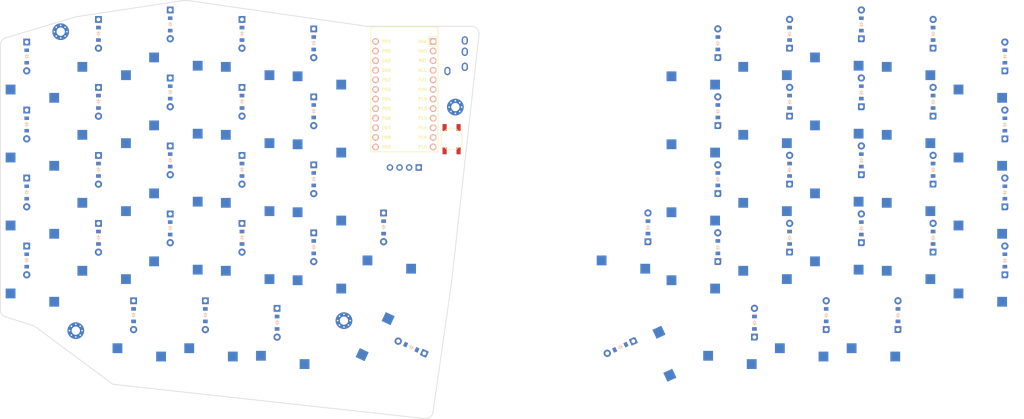
<source format=kicad_pcb>
(kicad_pcb (version 20240108) (generator "pcbnew") (generator_version "8.0")
  (title_block (title "MadoSplit") (rev "v1.0.0") (company "Unknown"))
  (layers (0 "F.Cu" signal) (31 "B.Cu" signal) (34 "B.Paste" user) (35 "F.Paste" user) (36 "B.SilkS" user "B.Silkscreen") (37 "F.SilkS" user "F.Silkscreen") (38 "B.Mask" user) (39 "F.Mask" user) (44 "Edge.Cuts" user))
  (net 0 "")
  (net 1 "P18")
  (net 2 "pinky_bot")
  (net 3 "pinky_mid")
  (net 4 "pinky_top")
  (net 5 "pinky_num")
  (net 6 "P15")
  (net 7 "ring_bot")
  (net 8 "ring_mid")
  (net 9 "ring_top")
  (net 10 "ring_num")
  (net 11 "P14")
  (net 12 "middle_bot")
  (net 13 "middle_mid")
  (net 14 "middle_top")
  (net 15 "middle_num")
  (net 16 "P16")
  (net 17 "index_bot")
  (net 18 "index_mid")
  (net 19 "index_top")
  (net 20 "index_num")
  (net 21 "P10")
  (net 22 "inner_bot")
  (net 23 "inner_mid")
  (net 24 "inner_top")
  (net 25 "inner_num")
  (net 26 "reach_reach")
  (net 27 "tucky1_stretch")
  (net 28 "tucky2_stretch")
  (net 29 "tucky3_stretch")
  (net 30 "reachy_stretch")
  (net 31 "mirror_pinky_bot")
  (net 32 "mirror_pinky_mid")
  (net 33 "mirror_pinky_top")
  (net 34 "mirror_pinky_num")
  (net 35 "mirror_ring_bot")
  (net 36 "mirror_ring_mid")
  (net 37 "mirror_ring_top")
  (net 38 "mirror_ring_num")
  (net 39 "mirror_middle_bot")
  (net 40 "mirror_middle_mid")
  (net 41 "mirror_middle_top")
  (net 42 "mirror_middle_num")
  (net 43 "mirror_index_bot")
  (net 44 "mirror_index_mid")
  (net 45 "mirror_index_top")
  (net 46 "mirror_index_num")
  (net 47 "mirror_inner_bot")
  (net 48 "mirror_inner_mid")
  (net 49 "mirror_inner_top")
  (net 50 "mirror_inner_num")
  (net 51 "mirror_reach_reach")
  (net 52 "mirror_tucky1_stretch")
  (net 53 "mirror_tucky2_stretch")
  (net 54 "mirror_tucky3_stretch")
  (net 55 "mirror_reachy_stretch")
  (net 56 "P7")
  (net 57 "P6")
  (net 58 "P5")
  (net 59 "P4")
  (net 60 "P8")
  (net 61 "P9")
  (net 62 "RAW")
  (net 63 "GND")
  (net 64 "RST")
  (net 65 "VCC")
  (net 66 "P21")
  (net 67 "P20")
  (net 68 "P19")
  (net 69 "P1")
  (net 70 "P0")
  (net 71 "P2")
  (net 72 "P3")
  (footprint "E73:SW_TACT_ALPS_SKQGABE010" (layer "F.Cu") (at 208.5 60.9 90)
    (property "Reference" "B1" (hide yes))
    (property "Value" "" (hide yes))
    (pad "1" smd rect (at -3.1 -1.85 90) (size 1.8 1.1) (layers "F.Cu" "F.Paste" "F.Mask") (net 64 "RST"))
    (pad "1" smd rect (at 3.1 -1.85 90) (size 1.8 1.1) (layers "F.Cu" "F.Paste" "F.Mask") (net 64 "RST"))
    (pad "2" smd rect (at -3.1 1.85 90) (size 1.8 1.1) (layers "F.Cu" "F.Paste" "F.Mask") (net 63 "GND"))
    (pad "2" smd rect (at 3.1 1.85 90) (size 1.8 1.1) (layers "F.Cu" "F.Paste" "F.Mask") (net 63 "GND"))
  )
  (footprint "ComboDiode" (layer "F.Cu") (at 115 33 -90)
    (property "Reference" "D8" (hide yes))
    (property "Value" "" (hide yes))
    (pad "1" thru_hole rect (at -3.81 0 270) (size 1.778 1.778) (drill 0.9906) (layers "*.Cu" "*.Mask") (net 59 "P4"))
    (pad "1" smd rect (at -1.65 0 270) (size 0.9 1.2) (layers "F.Cu" "F.Paste" "F.Mask") (net 59 "P4"))
    (pad "1" smd rect (at -1.65 0 270) (size 0.9 1.2) (layers "B.Cu" "B.Paste" "B.Mask") (net 59 "P4"))
    (pad "2" smd rect (at 1.65 0 270) (size 0.9 1.2) (layers "F.Cu" "F.Paste" "F.Mask") (net 10 "ring_num"))
    (pad "2" smd rect (at 1.65 0 270) (size 0.9 1.2) (layers "B.Cu" "B.Paste" "B.Mask") (net 10 "ring_num"))
    (pad "2" thru_hole circle (at 3.81 0 270) (size 1.905 1.905) (drill 0.9906) (layers "*.Cu" "*.Mask") (net 10 "ring_num"))
  )
  (footprint "PG1350" (layer "F.Cu") (at 332 56 180)
    (property "Reference" "S32" (hide yes))
    (property "Value" "" (hide yes))
    (pad "" np_thru_hole circle (at -5.5 0) (size 1.7018 1.7018) (drill 1.7018) (layers "*.Cu" "*.Mask"))
    (pad "" np_thru_hole circle (at 0 -5.95) (size 3 3) (drill 3) (layers "*.Cu" "*.Mask"))
    (pad "" np_thru_hole circle (at 0 0) (size 3.429 3.429) (drill 3.429) (layers "*.Cu" "*.Mask"))
    (pad "" np_thru_hole circle (at 5 -3.75) (size 3 3) (drill 3) (layers "*.Cu" "*.Mask"))
    (pad "" np_thru_hole circle (at 5.5 0) (size 1.7018 1.7018) (drill 1.7018) (layers "*.Cu" "*.Mask"))
    (pad "1" smd rect (at -3.275 -5.95 180) (size 2.6 2.6) (layers "B.Cu" "B.Paste" "B.Mask") (net 6 "P15"))
    (pad "2" smd rect (at 8.275 -3.75 180) (size 2.6 2.6) (layers "B.Cu" "B.Paste" "B.Mask") (net 37 "mirror_ring_top"))
  )
  (footprint "PG1350" (layer "F.Cu") (at 176 58.5 180)
    (property "Reference" "S19" (hide yes))
    (property "Value" "" (hide yes))
    (pad "" np_thru_hole circle (at -5.5 0) (size 1.7018 1.7018) (drill 1.7018) (layers "*.Cu" "*.Mask"))
    (pad "" np_thru_hole circle (at 0 -5.95) (size 3 3) (drill 3) (layers "*.Cu" "*.Mask"))
    (pad "" np_thru_hole circle (at 0 0) (size 3.429 3.429) (drill 3.429) (layers "*.Cu" "*.Mask"))
    (pad "" np_thru_hole circle (at 5 -3.75) (size 3 3) (drill 3) (layers "*.Cu" "*.Mask"))
    (pad "" np_thru_hole circle (at 5.5 0) (size 1.7018 1.7018) (drill 1.7018) (layers "*.Cu" "*.Mask"))
    (pad "1" smd rect (at -3.275 -5.95 180) (size 2.6 2.6) (layers "B.Cu" "B.Paste" "B.Mask") (net 21 "P10"))
    (pad "2" smd rect (at 8.275 -3.75 180) (size 2.6 2.6) (layers "B.Cu" "B.Paste" "B.Mask") (net 24 "inner_top"))
  )
  (footprint "ComboDiode" (layer "F.Cu") (at 355 75 90)
    (property "Reference" "D27" (hide yes))
    (property "Value" "" (hide yes))
    (pad "1" thru_hole rect (at -3.81 0 90) (size 1.778 1.778) (drill 0.9906) (layers "*.Cu" "*.Mask") (net 57 "P6"))
    (pad "1" smd rect (at -1.65 0 90) (size 0.9 1.2) (layers "F.Cu" "F.Paste" "F.Mask") (net 57 "P6"))
    (pad "1" smd rect (at -1.65 0 90) (size 0.9 1.2) (layers "B.Cu" "B.Paste" "B.Mask") (net 57 "P6"))
    (pad "2" smd rect (at 1.65 0 90) (size 0.9 1.2) (layers "F.Cu" "F.Paste" "F.Mask") (net 32 "mirror_pinky_mid"))
    (pad "2" smd rect (at 1.65 0 90) (size 0.9 1.2) (layers "B.Cu" "B.Paste" "B.Mask") (net 32 "mirror_pinky_mid"))
    (pad "2" thru_hole circle (at 3.81 0 90) (size 1.905 1.905) (drill 0.9906) (layers "*.Cu" "*.Mask") (net 32 "mirror_pinky_mid"))
  )
  (footprint "PG1350" (layer "F.Cu") (at 332 38 180)
    (property "Reference" "S33" (hide yes))
    (property "Value" "" (hide yes))
    (pad "" np_thru_hole circle (at -5.5 0) (size 1.7018 1.7018) (drill 1.7018) (layers "*.Cu" "*.Mask"))
    (pad "" np_thru_hole circle (at 0 -5.95) (size 3 3) (drill 3) (layers "*.Cu" "*.Mask"))
    (pad "" np_thru_hole circle (at 0 0) (size 3.429 3.429) (drill 3.429) (layers "*.Cu" "*.Mask"))
    (pad "" np_thru_hole circle (at 5 -3.75) (size 3 3) (drill 3) (layers "*.Cu" "*.Mask"))
    (pad "" np_thru_hole circle (at 5.5 0) (size 1.7018 1.7018) (drill 1.7018) (layers "*.Cu" "*.Mask"))
    (pad "1" smd rect (at -3.275 -5.95 180) (size 2.6 2.6) (layers "B.Cu" "B.Paste" "B.Mask") (net 6 "P15"))
    (pad "2" smd rect (at 8.275 -3.75 180) (size 2.6 2.6) (layers "B.Cu" "B.Paste" "B.Mask") (net 38 "mirror_ring_num"))
  )
  (footprint "PG1350" (layer "F.Cu") (at 294 38 180)
    (property "Reference" "S41" (hide yes))
    (property "Value" "" (hide yes))
    (pad "" np_thru_hole circle (at -5.5 0) (size 1.7018 1.7018) (drill 1.7018) (layers "*.Cu" "*.Mask"))
    (pad "" np_thru_hole circle (at 0 -5.95) (size 3 3) (drill 3) (layers "*.Cu" "*.Mask"))
    (pad "" np_thru_hole circle (at 0 0) (size 3.429 3.429) (drill 3.429) (layers "*.Cu" "*.Mask"))
    (pad "" np_thru_hole circle (at 5 -3.75) (size 3 3) (drill 3) (layers "*.Cu" "*.Mask"))
    (pad "" np_thru_hole circle (at 5.5 0) (size 1.7018 1.7018) (drill 1.7018) (layers "*.Cu" "*.Mask"))
    (pad "1" smd rect (at -3.275 -5.95 180) (size 2.6 2.6) (layers "B.Cu" "B.Paste" "B.Mask") (net 16 "P16"))
    (pad "2" smd rect (at 8.275 -3.75 180) (size 2.6 2.6) (layers "B.Cu" "B.Paste" "B.Mask") (net 46 "mirror_index_num"))
  )
  (footprint "PG1350" (layer "F.Cu") (at 256.5 89.25 180)
    (property "Reference" "S46" (hide yes))
    (property "Value" "" (hide yes))
    (pad "" np_thru_hole circle (at -5.5 0) (size 1.7018 1.7018) (drill 1.7018) (layers "*.Cu" "*.Mask"))
    (pad "" np_thru_hole circle (at 0 -5.95) (size 3 3) (drill 3) (layers "*.Cu" "*.Mask"))
    (pad "" np_thru_hole circle (at 0 0) (size 3.429 3.429) (drill 3.429) (layers "*.Cu" "*.Mask"))
    (pad "" np_thru_hole circle (at 5 -3.75) (size 3 3) (drill 3) (layers "*.Cu" "*.Mask"))
    (pad "" np_thru_hole circle (at 5.5 0) (size 1.7018 1.7018) (drill 1.7018) (layers "*.Cu" "*.Mask"))
    (pad "1" smd rect (at -3.275 -5.95 180) (size 2.6 2.6) (layers "B.Cu" "B.Paste" "B.Mask") (net 21 "P10"))
    (pad "2" smd rect (at 8.275 -3.75 180) (size 2.6 2.6) (layers "B.Cu" "B.Paste" "B.Mask") (net 51 "mirror_reach_reach"))
  )
  (footprint "PG1350" (layer "F.Cu") (at 166.3 114.5 180)
    (property "Reference" "S24" (hide yes))
    (property "Value" "" (hide yes))
    (pad "" np_thru_hole circle (at -5.5 0) (size 1.7018 1.7018) (drill 1.7018) (layers "*.Cu" "*.Mask"))
    (pad "" np_thru_hole circle (at 0 -5.95) (size 3 3) (drill 3) (layers "*.Cu" "*.Mask"))
    (pad "" np_thru_hole circle (at 0 0) (size 3.429 3.429) (drill 3.429) (layers "*.Cu" "*.Mask"))
    (pad "" np_thru_hole circle (at 5 -3.75) (size 3 3) (drill 3) (layers "*.Cu" "*.Mask"))
    (pad "" np_thru_hole circle (at 5.5 0) (size 1.7018 1.7018) (drill 1.7018) (layers "*.Cu" "*.Mask"))
    (pad "1" smd rect (at -3.275 -5.95 180) (size 2.6 2.6) (layers "B.Cu" "B.Paste" "B.Mask") (net 16 "P16"))
    (pad "2" smd rect (at 8.275 -3.75 180) (size 2.6 2.6) (layers "B.Cu" "B.Paste" "B.Mask") (net 29 "tucky3_stretch"))
  )
  (footprint "ComboDiode" (layer "F.Cu") (at 279 89.5 90)
    (property "Reference" "D42" (hide yes))
    (property "Value" "" (hide yes))
    (pad "1" thru_hole rect (at -3.81 0 90) (size 1.778 1.778) (drill 0.9906) (layers "*.Cu" "*.Mask") (net 56 "P7"))
    (pad "1" smd rect (at -1.65 0 90) (size 0.9 1.2) (layers "F.Cu" "F.Paste" "F.Mask") (net 56 "P7"))
    (pad "1" smd rect (at -1.65 0 90) (size 0.9 1.2) (layers "B.Cu" "B.Paste" "B.Mask") (net 56 "P7"))
    (pad "2" smd rect (at 1.65 0 90) (size 0.9 1.2) (layers "F.Cu" "F.Paste" "F.Mask") (net 47 "mirror_inner_bot"))
    (pad "2" smd rect (at 1.65 0 90) (size 0.9 1.2) (layers "B.Cu" "B.Paste" "B.Mask") (net 47 "mirror_inner_bot"))
    (pad "2" thru_hole circle (at 3.81 0 90) (size 1.905 1.905) (drill 0.9906) (layers "*.Cu" "*.Mask") (net 47 "mirror_inner_bot"))
  )
  (footprint "PG1350" (layer "F.Cu") (at 284.7 114.5 180)
    (property "Reference" "S49" (hide yes))
    (property "Value" "" (hide yes))
    (pad "" np_thru_hole circle (at -5.5 0) (size 1.7018 1.7018) (drill 1.7018) (layers "*.Cu" "*.Mask"))
    (pad "" np_thru_hole circle (at 0 -5.95) (size 3 3) (drill 3) (layers "*.Cu" "*.Mask"))
    (pad "" np_thru_hole circle (at 0 0) (size 3.429 3.429) (drill 3.429) (layers "*.Cu" "*.Mask"))
    (pad "" np_thru_hole circle (at 5 -3.75) (size 3 3) (drill 3) (layers "*.Cu" "*.Mask"))
    (pad "" np_thru_hole circle (at 5.5 0) (size 1.7018 1.7018) (drill 1.7018) (layers "*.Cu" "*.Mask"))
    (pad "1" smd rect (at -3.275 -5.95 180) (size 2.6 2.6) (layers "B.Cu" "B.Paste" "B.Mask") (net 16 "P16"))
    (pad "2" smd rect (at 8.275 -3.75 180) (size 2.6 2.6) (layers "B.Cu" "B.Paste" "B.Mask") (net 54 "mirror_tucky3_stretch"))
  )
  (footprint "ComboDiode" (layer "F.Cu") (at 336 51 90)
    (property "Reference" "D32" (hide yes))
    (property "Value" "" (hide yes))
    (pad "1" thru_hole rect (at -3.81 0 90) (size 1.778 1.778) (drill 0.9906) (layers "*.Cu" "*.Mask") (net 58 "P5"))
    (pad "1" smd rect (at -1.65 0 90) (size 0.9 1.2) (layers "F.Cu" "F.Paste" "F.Mask") (net 58 "P5"))
    (pad "1" smd rect (at -1.65 0 90) (size 0.9 1.2) (layers "B.Cu" "B.Paste" "B.Mask") (net 58 "P5"))
    (pad "2" smd rect (at 1.65 0 90) (size 0.9 1.2) (layers "F.Cu" "F.Paste" "F.Mask") (net 37 "mirror_ring_top"))
    (pad "2" smd rect (at 1.65 0 90) (size 0.9 1.2) (layers "B.Cu" "B.Paste" "B.Mask") (net 37 "mirror_ring_top"))
    (pad "2" thru_hole circle (at 3.81 0 90) (size 1.905 1.905) (drill 0.9906) (layers "*.Cu" "*.Mask") (net 37 "mirror_ring_top"))
  )
  (footprint "ComboDiode" (layer "F.Cu") (at 96 39 -90)
    (property "Reference" "D4" (hide yes))
    (property "Value" "" (hide yes))
    (pad "1" thru_hole rect (at -3.81 0 270) (size 1.778 1.778) (drill 0.9906) (layers "*.Cu" "*.Mask") (net 59 "P4"))
    (pad "1" smd rect (at -1.65 0 270) (size 0.9 1.2) (layers "F.Cu" "F.Paste" "F.Mask") (net 59 "P4"))
    (pad "1" smd rect (at -1.65 0 270) (size 0.9 1.2) (layers "B.Cu" "B.Paste" "B.Mask") (net 59 "P4"))
    (pad "2" smd rect (at 1.65 0 270) (size 0.9 1.2) (layers "F.Cu" "F.Paste" "F.Mask") (net 5 "pinky_num"))
    (pad "2" smd rect (at 1.65 0 270) (size 0.9 1.2) (layers "B.Cu" "B.Paste" "B.Mask") (net 5 "pinky_num"))
    (pad "2" thru_hole circle (at 3.81 0 270) (size 1.905 1.905) (drill 0.9906) (layers "*.Cu" "*.Mask") (net 5 "pinky_num"))
  )
  (footprint "ComboDiode" (layer "F.Cu") (at 190.5 84.25 -90)
    (property "Reference" "D21" (hide yes))
    (property "Value" "" (hide yes))
    (pad "1" thru_hole rect (at -3.81 0 270) (size 1.778 1.778) (drill 0.9906) (layers "*.Cu" "*.Mask") (net 60 "P8"))
    (pad "1" smd rect (at -1.65 0 270) (size 0.9 1.2) (layers "F.Cu" "F.Paste" "F.Mask") (net 60 "P8"))
    (pad "1" smd rect (at -1.65 0 270) (size 0.9 1.2) (layers "B.Cu" "B.Paste" "B.Mask") (net 60 "P8"))
    (pad "2" smd rect (at 1.65 0 270) (size 0.9 1.2) (layers "F.Cu" "F.Paste" "F.Mask") (net 26 "reach_reach"))
    (pad "2" smd rect (at 1.65 0 270) (size 0.9 1.2) (layers "B.Cu" "B.Paste" "B.Mask") (net 26 "reach_reach"))
    (pad "2" thru_hole circle (at 3.81 0 270) (size 1.905 1.905) (drill 0.9906) (layers "*.Cu" "*.Mask") (net 26 "reach_reach"))
  )
  (footprint "ComboDiode" (layer "F.Cu") (at 336 87 90)
    (property "Reference" "D30" (hide yes))
    (property "Value" "" (hide yes))
    (pad "1" thru_hole rect (at -3.81 0 90) (size 1.778 1.778) (drill 0.9906) (layers "*.Cu" "*.Mask") (net 56 "P7"))
    (pad "1" smd rect (at -1.65 0 90) (size 0.9 1.2) (layers "F.Cu" "F.Paste" "F.Mask") (net 56 "P7"))
    (pad "1" smd rect (at -1.65 0 90) (size 0.9 1.2) (layers "B.Cu" "B.Paste" "B.Mask") (net 56 "P7"))
    (pad "2" smd rect (at 1.65 0 90) (size 0.9 1.2) (layers "F.Cu" "F.Paste" "F.Mask") (net 35 "mirror_ring_bot"))
    (pad "2" smd rect (at 1.65 0 90) (size 0.9 1.2) (layers "B.Cu" "B.Paste" "B.Mask") (net 35 "mirror_ring_bot"))
    (pad "2" thru_hole circle (at 3.81 0 90) (size 1.905 1.905) (drill 0.9906) (layers "*.Cu" "*.Mask") (net 35 "mirror_ring_bot"))
  )
  (footprint "MountingHole_2.2mm_M2_Pad_Via" (layer "F.Cu") (at 109 111.6)
    (property "Reference" "_2" (hide yes))
    (property "Value" "")
    (pad "1" thru_hole circle (at -1.65 0) (size 0.7 0.7) (drill 0.4) (layers "*.Cu" "*.Mask"))
    (pad "1" thru_hole circle (at -1.166726 -1.166726) (size 0.7 0.7) (drill 0.4) (layers "*.Cu" "*.Mask"))
    (pad "1" thru_hole circle (at -1.166726 1.166726) (size 0.7 0.7) (drill 0.4) (layers "*.Cu" "*.Mask"))
    (pad "1" thru_hole circle (at 0 -1.65) (size 0.7 0.7) (drill 0.4) (layers "*.Cu" "*.Mask"))
    (pad "1" thru_hole circle (at 0 0) (size 4.4 4.4) (drill 2.2) (layers "*.Cu" "*.Mask"))
    (pad "1" thru_hole circle (at 0 1.65) (size 0.7 0.7) (drill 0.4) (layers "*.Cu" "*.Mask"))
    (pad "1" thru_hole circle (at 1.166726 -1.166726) (size 0.7 0.7) (drill 0.4) (layers "*.Cu" "*.Mask"))
    (pad "1" thru_hole circle (at 1.166726 1.166726) (size 0.7 0.7) (drill 0.4) (layers "*.Cu" "*.Mask"))
    (pad "1" thru_hole circle (at 1.65 0) (size 0.7 0.7) (drill 0.4) (layers "*.Cu" "*.Mask"))
  )
  (footprint "ComboDiode" (layer "F.Cu") (at 355 93 90)
    (property "Reference" "D26" (hide yes))
    (property "Value" "" (hide yes))
    (pad "1" thru_hole rect (at -3.81 0 90) (size 1.778 1.778) (drill 0.9906) (layers "*.Cu" "*.Mask") (net 56 "P7"))
    (pad "1" smd rect (at -1.65 0 90) (size 0.9 1.2) (layers "F.Cu" "F.Paste" "F.Mask") (net 56 "P7"))
    (pad "1" smd rect (at -1.65 0 90) (size 0.9 1.2) (layers "B.Cu" "B.Paste" "B.Mask") (net 56 "P7"))
    (pad "2" smd rect (at 1.65 0 90) (size 0.9 1.2) (layers "F.Cu" "F.Paste" "F.Mask") (net 31 "mirror_pinky_bot"))
    (pad "2" smd rect (at 1.65 0 90) (size 0.9 1.2) (layers "B.Cu" "B.Paste" "B.Mask") (net 31 "mirror_pinky_bot"))
    (pad "2" thru_hole circle (at 3.81 0 90) (size 1.905 1.905) (drill 0.9906) (layers "*.Cu" "*.Mask") (net 31 "mirror_pinky_bot"))
  )
  (footprint "PG1350" (layer "F.Cu") (at 275 76.5 180)
    (property "Reference" "S43" (hide yes))
    (property "Value" "" (hide yes))
    (pad "" np_thru_hole circle (at -5.5 0) (size 1.7018 1.7018) (drill 1.7018) (layers "*.Cu" "*.Mask"))
    (pad "" np_thru_hole circle (at 0 -5.95) (size 3 3) (drill 3) (layers "*.Cu" "*.Mask"))
    (pad "" np_thru_hole circle (at 0 0) (size 3.429 3.429) (drill 3.429) (layers "*.Cu" "*.Mask"))
    (pad "" np_thru_hole circle (at 5 -3.75) (size 3 3) (drill 3) (layers "*.Cu" "*.Mask"))
    (pad "" np_thru_hole circle (at 5.5 0) (size 1.7018 1.7018) (drill 1.7018) (layers "*.Cu" "*.Mask"))
    (pad "1" smd rect (at -3.275 -5.95 180) (size 2.6 2.6) (layers "B.Cu" "B.Paste" "B.Mask") (net 21 "P10"))
    (pad "2" smd rect (at 8.275 -3.75 180) (size 2.6 2.6) (layers "B.Cu" "B.Paste" "B.Mask") (net 48 "mirror_inner_mid"))
  )
  (footprint "PG1350" (layer "F.Cu") (at 157 92 180)
    (property "Reference" "S13" (hide yes))
    (property "Value" "" (hide yes))
    (pad "" np_thru_hole circle (at -5.5 0) (size 1.7018 1.7018) (drill 1.7018) (layers "*.Cu" "*.Mask"))
    (pad "" np_thru_hole circle (at 0 -5.95) (size 3 3) (drill 3) (layers "*.Cu" "*.Mask"))
    (pad "" np_thru_hole circle (at 0 0) (size 3.429 3.429) (drill 3.429) (layers "*.Cu" "*.Mask"))
    (pad "" np_thru_hole circle (at 5 -3.75) (size 3 3) (drill 3) (layers "*.Cu" "*.Mask"))
    (pad "" np_thru_hole circle (at 5.5 0) (size 1.7018 1.7018) (drill 1.7018) (layers "*.Cu" "*.Mask"))
    (pad "1" smd rect (at -3.275 -5.95 180) (size 2.6 2.6) (layers "B.Cu" "B.Paste" "B.Mask") (net 16 "P16"))
    (pad "2" smd rect (at 8.275 -3.75 180) (size 2.6 2.6) (layers "B.Cu" "B.Paste" "B.Mask") (net 17 "index_bot"))
  )
  (footprint "ComboDiode" (layer "F.Cu") (at 96 57 -90)
    (property "Reference" "D3" (hide yes))
    (property "Value" "" (hide yes))
    (pad "1" thru_hole rect (at -3.81 0 270) (size 1.778 1.778) (drill 0.9906) (layers "*.Cu" "*.Mask") (net 58 "P5"))
    (pad "1" smd rect (at -1.65 0 270) (size 0.9 1.2) (layers "F.Cu" "F.Paste" "F.Mask") (net 58 "P5"))
    (pad "1" smd rect (at -1.65 0 270) (size 0.9 1.2) (layers "B.Cu" "B.Paste" "B.Mask") (net 58 "P5"))
    (pad "2" smd rect (at 1.65 0 270) (size 0.9 1.2) (layers "F.Cu" "F.Paste" "F.Mask") (net 4 "pinky_top"))
    (pad "2" smd rect (at 1.65 0 270) (size 0.9 1.2) (layers "B.Cu" "B.Paste" "B.Mask") (net 4 "pinky_top"))
    (pad "2" thru_hole circle (at 3.81 0 270) (size 1.905 1.905) (drill 0.9906) (layers "*.Cu" "*.Mask") (net 4 "pinky_top"))
  )
  (footprint "TRRS-PJ-320A-dual" (layer "F.Cu") (at 212 31.55)
    (property "Reference" "TRRS1")
    (property "Value" "TRRS-PJ-320A-dual")
    (pad "" np_thru_hole circle (at -2.3 1.6) (size 1.5 1.5) (drill 1.5) (layers "*.Cu" "*.Mask"))
    (pad "" np_thru_hole circle (at -2.3 8.6) (size 1.5 1.5) (drill 1.5) (layers "*.Cu" "*.Mask"))
    (pad "1" thru_hole oval (at -4.6 11.3) (size 1.6 2.2) (drill oval 0.9 1.5) (layers "*.Cu" "*.Mask") (net 63 "GND"))
    (pad "2" thru_hole oval (at 0 10.2) (size 1.6 2.2) (drill oval 0.9 1.5) (layers "*.Cu" "*.Mask") (net 63 "GND"))
    (pad "3" thru_hole oval (at 0 6.2) (size 1.6 2.2) (drill oval 0.9 1.5) (layers "*.Cu" "*.Mask") (net 70 "P0"))
    (pad "4" thru_hole oval (at 0 3.2) (size 1.6 2.2) (drill oval 0.9 1.5) (layers "*.Cu" "*.Mask") (net 65 "VCC"))
  )
  (footprint "PG1350" (layer "F.Cu") (at 138 89.5 180)
    (property "Reference" "S9" (hide yes))
    (property "Value" "" (hide yes))
    (pad "" np_thru_hole circle (at -5.5 0) (size 1.7018 1.7018) (drill 1.7018) (layers "*.Cu" "*.Mask"))
    (pad "" np_thru_hole circle (at 0 -5.95) (size 3 3) (drill 3) (layers "*.Cu" "*.Mask"))
    (pad "" np_thru_hole circle (at 0 0) (size 3.429 3.429) (drill 3.429) (layers "*.Cu" "*.Mask"))
    (pad "" np_thru_hole circle (at 5 -3.75) (size 3 3) (drill 3) (layers "*.Cu" "*.Mask"))
    (pad "" np_thru_hole circle (at 5.5 0) (size 1.7018 1.7018) (drill 1.7018) (layers "*.Cu" "*.Mask"))
    (pad "1" smd rect (at -3.275 -5.95 180) (size 2.6 2.6) (layers "B.Cu" "B.Paste" "B.Mask") (net 11 "P14"))
    (pad "2" smd rect (at 8.275 -3.75 180) (size 2.6 2.6) (layers "B.Cu" "B.Paste" "B.Mask") (net 12 "middle_bot"))
  )
  (footprint "ComboDiode" (layer "F.Cu") (at 96 75 -90)
    (property "Reference" "D2" (hide yes))
    (property "Value" "" (hide yes))
    (pad "1" thru_hole rect (at -3.81 0 270) (size 1.778 1.778) (drill 0.9906) (layers "*.Cu" "*.Mask") (net 57 "P6"))
    (pad "1" smd rect (at -1.65 0 270) (size 0.9 1.2) (layers "F.Cu" "F.Paste" "F.Mask") (net 57 "P6"))
    (pad "1" smd rect (at -1.65 0 270) (size 0.9 1.2) (layers "B.Cu" "B.Paste" "B.Mask") (net 57 "P6"))
    (pad "2" smd rect (at 1.65 0 270) (size 0.9 1.2) (layers "F.Cu" "F.Paste" "F.Mask") (net 3 "pinky_mid"))
    (pad "2" smd rect (at 1.65 0 270) (size 0.9 1.2) (layers "B.Cu" "B.Paste" "B.Mask") (net 3 "pinky_mid"))
    (pad "2" thru_hole circle (at 3.81 0 270) (size 1.905 1.905) (drill 0.9906) (layers "*.Cu" "*.Mask") (net 3 "pinky_mid"))
  )
  (footprint "ComboDiode" (layer "F.Cu") (at 124.3 107.5 -90)
    (property "Reference" "D22" (hide yes))
    (property "Value" "" (hide yes))
    (pad "1" thru_hole rect (at -3.81 0 270) (size 1.778 1.778) (drill 0.9906) (layers "*.Cu" "*.Mask") (net 61 "P9"))
    (pad "1" smd rect (at -1.65 0 270) (size 0.9 1.2) (layers "F.Cu" "F.Paste" "F.Mask") (net 61 "P9"))
    (pad "1" smd rect (at -1.65 0 270) (size 0.9 1.2) (layers "B.Cu" "B.Paste" "B.Mask") (net 61 "P9"))
    (pad "2" smd rect (at 1.65 0 270) (size 0.9 1.2) (layers "F.Cu" "F.Paste" "F.Mask") (net 27 "tucky1_stretch"))
    (pad "2" smd rect (at 1.65 0 270) (size 0.9 1.2) (layers "B.Cu" "B.Paste" "B.Mask") (net 27 "tucky1_stretch"))
    (pad "2" thru_hole circle (at 3.81 0 270) (size 1.905 1.905) (drill 0.9906) (layers "*.Cu" "*.Mask") (net 27 "tucky1_stretch"))
  )
  (footprint "PG1350" (layer "F.Cu") (at 351 62 180)
    (property "Reference" "S28" (hide yes))
    (property "Value" "" (hide yes))
    (pad "" np_thru_hole circle (at -5.5 0) (size 1.7018 1.7018) (drill 1.7018) (layers "*.Cu" "*.Mask"))
    (pad "" np_thru_hole circle (at 0 -5.95) (size 3 3) (drill 3) (layers "*.Cu" "*.Mask"))
    (pad "" np_thru_hole circle (at 0 0) (size 3.429 3.429) (drill 3.429) (layers "*.Cu" "*.Mask"))
    (pad "" np_thru_hole circle (at 5 -3.75) (size 3 3) (drill 3) (layers "*.Cu" "*.Mask"))
    (pad "" np_thru_hole circle (at 5.5 0) (size 1.7018 1.7018) (drill 1.7018) (layers "*.Cu" "*.Mask"))
    (pad "1" smd rect (at -3.275 -5.95 180) (size 2.6 2.6) (layers "B.Cu" "B.Paste" "B.Mask") (net 1 "P18"))
    (pad "2" smd rect (at 8.275 -3.75 180) (size 2.6 2.6) (layers "B.Cu" "B.Paste" "B.Mask") (net 33 "mirror_pinky_top"))
  )
  (footprint "lib:OLED_headers" (layer "F.Cu") (at 190 70 90)
    (property "Reference" "OLED1" (hide yes))
    (property "Value" "OLED")
    (pad "1" thru_hole rect (at 1.6 9.8) (size 1.7 1.7) (drill 1) (layers "*.Cu" "*.Mask") (net 63 "GND"))
    (pad "2" thru_hole oval (at 1.6 7.26) (size 1.7 1.7) (drill 1) (layers "*.Cu" "*.Mask") (net 65 "VCC"))
    (pad "3" thru_hole oval (at 1.6 4.72) (size 1.7 1.7) (drill 1) (layers "*.Cu" "*.Mask") (net 71 "P2"))
    (pad "4" thru_hole oval (at 1.6 2.18) (size 1.7 1.7) (drill 1) (layers "*.Cu" "*.Mask") (net 72 "P3"))
  )
  (footprint "ComboDiode" (layer "F.Cu") (at 298 33 90)
    (property "Reference" "D41" (hide yes))
    (property "Value" "" (hide yes))
    (pad "1" thru_hole rect (at -3.81 0 90) (size 1.778 1.778) (drill 0.9906) (layers "*.Cu" "*.Mask") (net 59 "P4"))
    (pad "1" smd rect (at -1.65 0 90) (size 0.9 1.2) (layers "F.Cu" "F.Paste" "F.Mask") (net 59 "P4"))
    (pad "1" smd rect (at -1.65 0 90) (size 0.9 1.2) (layers "B.Cu" "B.Paste" "B.Mask") (net 59 "P4"))
    (pad "2" smd rect (at 1.65 0 90) (size 0.9 1.2) (layers "F.Cu" "F.Paste" "F.Mask") (net 46 "mirror_index_num"))
    (pad "2" smd rect (at 1.65 0 90) (size 0.9 1.2) (layers "B.Cu" "B.Paste" "B.Mask") (net 46 "mirror_index_num"))
    (pad "2" thru_hole circle (at 3.81 0 90) (size 1.905 1.905) (drill 0.9906) (layers "*.Cu" "*.Mask") (net 46 "mirror_index_num"))
  )
  (footprint "PG1350" (layer "F.Cu") (at 176 94.5 180)
    (property "Reference" "S17" (hide yes))
    (property "Value" "" (hide yes))
    (pad "" np_thru_hole circle (at -5.5 0) (size 1.7018 1.7018) (drill 1.7018) (layers "*.Cu" "*.Mask"))
    (pad "" np_thru_hole circle (at 0 -5.95) (size 3 3) (drill 3) (layers "*.Cu" "*.Mask"))
    (pad "" np_thru_hole circle (at 0 0) (size 3.429 3.429) (drill 3.429) (layers "*.Cu" "*.Mask"))
    (pad "" np_thru_hole circle (at 5 -3.75) (size 3 3) (drill 3) (layers "*.Cu" "*.Mask"))
    (pad "" np_thru_hole circle (at 5.5 0) (size 1.7018 1.7018) (drill 1.7018) (layers "*.Cu" "*.Mask"))
    (pad "1" smd rect (at -3.275 -5.95 180) (size 2.6 2.6) (layers "B.Cu" "B.Paste" "B.Mask") (net 21 "P10"))
    (pad "2" smd rect (at 8.275 -3.75 180) (size 2.6 2.6) (layers "B.Cu" "B.Paste" "B.Mask") (net 22 "inner_bot"))
  )
  (footprint "PG1350" (layer "F.Cu") (at 313 89.5 180)
    (property "Reference" "S34" (hide yes))
    (property "Value" "" (hide yes))
    (pad "" np_thru_hole circle (at -5.5 0) (size 1.7018 1.7018) (drill 1.7018) (layers "*.Cu" "*.Mask"))
    (pad "" np_thru_hole circle (at 0 -5.95) (size 3 3) (drill 3) (layers "*.Cu" "*.Mask"))
    (pad "" np_thru_hole circle (at 0 0) (size 3.429 3.429) (drill 3.429) (layers "*.Cu" "*.Mask"))
    (pad "" np_thru_hole circle (at 5 -3.75) (size 3 3) (drill 3) (layers "*.Cu" "*.Mask"))
    (pad "" np_thru_hole circle (at 5.5 0) (size 1.7018 1.7018) (drill 1.7018) (layers "*.Cu" "*.Mask"))
    (pad "1" smd rect (at -3.275 -5.95 180) (size 2.6 2.6) (layers "B.Cu" "B.Paste" "B.Mask") (net 11 "P14"))
    (pad "2" smd rect (at 8.275 -3.75 180) (size 2.6 2.6) (layers "B.Cu" "B.Paste" "B.Mask") (net 39 "mirror_middle_bot"))
  )
  (footprint "PG1350" (layer "F.Cu") (at 313 35.5 180)
    (property "Reference" "S37" (hide yes))
    (property "Value" "" (hide yes))
    (pad "" np_thru_hole circle (at -5.5 0) (size 1.7018 1.7018) (drill 1.7018) (layers "*.Cu" "*.Mask"))
    (pad "" np_thru_hole circle (at 0 -5.95) (size 3 3) (drill 3) (layers "*.Cu" "*.Mask"))
    (pad "" np_thru_hole circle (at 0 0) (size 3.429 3.429) (drill 3.429) (layers "*.Cu" "*.Mask"))
    (pad "" np_thru_hole circle (at 5 -3.75) (size 3 3) (drill 3) (layers "*.Cu" "*.Mask"))
    (pad "" np_thru_hole circle (at 5.5 0) (size 1.7018 1.7018) (drill 1.7018) (layers "*.Cu" "*.Mask"))
    (pad "1" smd rect (at -3.275 -5.95 180) (size 2.6 2.6) (layers "B.Cu" "B.Paste" "B.Mask") (net 11 "P14"))
    (pad "2" smd rect (at 8.275 -3.75 180) (size 2.6 2.6) (layers "B.Cu" "B.Paste" "B.Mask") (net 42 "mirror_middle_num"))
  )
  (footprint "ComboDiode" (layer "F.Cu") (at 307.7 107.5 90)
    (property "Reference" "D48" (hide yes))
    (property "Value" "" (hide yes))
    (pad "1" thru_hole rect (at -3.81 0 90) (size 1.778 1.778) (drill 0.9906) (layers "*.Cu" "*.Mask") (net 61 "P9"))
    (pad "1" smd rect (at -1.65 0 90) (size 0.9 1.2) (layers "F.Cu" "F.Paste" "F.Mask") (net 61 "P9"))
    (pad "1" smd rect (at -1.65 0 90) (size 0.9 1.2) (layers "B.Cu" "B.Paste" "B.Mask") (net 61 "P9"))
    (pad "2" smd rect (at 1.65 0 90) (size 0.9 1.2) (layers "F.Cu" "F.Paste" "F.Mask") (net 53 "mirror_tucky2_stretch"))
    (pad "2" smd rect (at 1.65 0 90) (size 0.9 1.2) (layers "B.Cu" "B.Paste" "B.Mask") (net 53 "mirror_tucky2_stretch"))
    (pad "2" thru_hole circle (at 3.81 0 90) (size 1.905 1.905) (drill 0.9906) (layers "*.Cu" "*.Mask") (net 53 "mirror_tucky2_stretch"))
  )
  (footprint "ComboDiode" (layer "F.Cu") (at 115 69 -90)
    (property "Reference" "D6" (hide yes))
    (property "Value" "" (hide yes))
    (pad "1" thru_hole rect (at -3.81 0 270) (size 1.778 1.778) (drill 0.9906) (layers "*.Cu" "*.Mask") (net 57 "P6"))
    (pad "1" smd rect (at -1.65 0 270) (size 0.9 1.2) (layers "F.Cu" "F.Paste" "F.Mask") (net 57 "P6"))
    (pad "1" smd rect (at -1.65 0 270) (size 0.9 1.2) (layers "B.Cu" "B.Paste" "B.Mask") (net 57 "P6"))
    (pad "2" smd rect (at 1.65 0 270) (size 0.9 1.2) (layers "F.Cu" "F.Paste" "F.Mask") (net 8 "ring_mid"))
    (pad "2" smd rect (at 1.65 0 270) (size 0.9 1.2) (layers "B.Cu" "B.Paste" "B.Mask") (net 8 "ring_mid"))
    (pad "2" thru_hole circle (at 3.81 0 270) (size 1.905 1.905) (drill 0.9906) (layers "*.Cu" "*.Mask") (net 8 "ring_mid"))
  )
  (footprint "ComboDiode" (layer "F.Cu") (at 134 30.5 -90)
    (property "Reference" "D12" (hide yes))
    (property "Value" "" (hide yes))
    (pad "1" thru_hole rect (at -3.81 0 270) (size 1.778 1.778) (drill 0.9906) (layers "*.Cu" "*.Mask") (net 59 "P4"))
    (pad "1" smd rect (at -1.65 0 270) (size 0.9 1.2) (layers "F.Cu" "F.Paste" "F.Mask") (net 59 "P4"))
    (pad "1" smd rect (at -1.65 0 270) (size 0.9 1.2) (layers "B.Cu" "B.Paste" "B.Mask") (net 59 "P4"))
    (pad "2" smd rect (at 1.65 0 270) (size 0.9 1.2) (layers "F.Cu" "F.Paste" "F.Mask") (net 15 "middle_num"))
    (pad "2" smd rect (at 1.65 0 270) (size 0.9 1.2) (layers "B.Cu" "B.Paste" "B.Mask") (net 15 "middle_num"))
    (pad "2" thru_hole circle (at 3.81 0 270) (size 1.905 1.905) (drill 0.9906) (layers "*.Cu" "*.Mask") (net 15 "middle_num"))
  )
  (footprint "PG1350" (layer "F.Cu") (at 176 40.5 180)
    (property "Reference" "S20" (hide yes))
    (property "Value" "" (hide yes))
    (pad "" np_thru_hole circle (at -5.5 0) (size 1.7018 1.7018) (drill 1.7018) (layers "*.Cu" "*.Mask"))
    (pad "" np_thru_hole circle (at 0 -5.95) (size 3 3) (drill 3) (layers "*.Cu" "*.Mask"))
    (pad "" np_thru_hole circle (at 0 0) (size 3.429 3.429) (drill 3.429) (layers "*.Cu" "*.Mask"))
    (pad "" np_thru_hole circle (at 5 -3.75) (size 3 3) (drill 3) (layers "*.Cu" "*.Mask"))
    (pad "" np_thru_hole circle (at 5.5 0) (size 1.7018 1.7018) (drill 1.7018) (layers "*.Cu" "*.Mask"))
    (pad "1" smd rect (at -3.275 -5.95 180) (size 2.6 2.6) (layers "B.Cu" "B.Paste" "B.Mask") (net 21 "P10"))
    (pad "2" smd rect (at 8.275 -3.75 180) (size 2.6 2.6) (layers "B.Cu" "B.Paste" "B.Mask") (net 25 "inner_num"))
  )
  (footprint "ComboDiode" (layer "F.Cu") (at 298 87 90)
    (property "Reference" "D38" (hide yes))
    (property "Value" "" (hide yes))
    (pad "1" thru_hole rect (at -3.81 0 90) (size 1.778 1.778) (drill 0.9906) (layers "*.Cu" "*.Mask") (net 56 "P7"))
    (pad "1" smd rect (at -1.65 0 90) (size 0.9 1.2) (layers "F.Cu" "F.Paste" "F.Mask") (net 56 "P7"))
    (pad "1" smd rect (at -1.65 0 90) (size 0.9 1.2) (layers "B.Cu" "B.Paste" "B.Mask") (net 56 "P7"))
    (pad "2" smd rect (at 1.65 0 90) (size 0.9 1.2) (layers "F.Cu" "F.Paste" "F.Mask") (net 43 "mirror_index_bot"))
    (pad "2" smd rect (at 1.65 0 90) (size 0.9 1.2) (layers "B.Cu" "B.Paste" "B.Mask") (net 43 "mirror_index_bot"))
    (pad "2" thru_hole circle (at 3.81 0 90) (size 1.905 1.905) (drill 0.9906) (layers "*.Cu" "*.Mask") (net 43 "mirror_index_bot"))
  )
  (footprint "ComboDiode" (layer "F.Cu") (at 288.7 109.5 90)
    (property "Reference" "D49" (hide yes))
    (property "Value" "" (hide yes))
    (pad "1" thru_hole rect (at -3.81 0 90) (size 1.778 1.778) (drill 0.9906) (layers "*.Cu" "*.Mask") (net 61 "P9"))
    (pad "1" smd rect (at -1.65 0 90) (size 0.9 1.2) (layers "F.Cu" "F.Paste" "F.Mask") (net 61 "P9"))
    (pad "1" smd rect (at -1.65 0 90) (size 0.9 1.2) (layers "B.Cu" "B.Paste" "B.Mask") (net 61 "P9"))
    (pad "2" smd rect (at 1.65 0 90) (size 0.9 1.2) (layers "F.Cu" "F.Paste" "F.Mask") (net 54 "mirror_tucky3_stretch"))
    (pad "2" smd rect (at 1.65 0 90) (size 0.9 1.2) (layers "B.Cu" "B.Paste" "B.Mask") (net 54 "mirror_tucky3_stretch"))
    (pad "2" thru_hole circle (at 3.81 0 90) (size 1.905 1.905) (drill 0.9906) (layers "*.Cu" "*.Mask") (net 54 "mirror_tucky3_stretch"))
  )
  (footprint "ComboDiode" (layer "F.Cu") (at 298 69 90)
    (property "Reference" "D39" (hide yes))
    (property "Value" "" (hide yes))
    (pad "1" thru_hole rect (at -3.81 0 90) (size 1.778 1.778) (drill 0.9906) (layers "*.Cu" "*.Mask") (net 57 "P6"))
    (pad "1" smd rect (at -1.65 0 90) (size 0.9 1.2) (layers "F.Cu" "F.Paste" "F.Mask") (net 57 "P6"))
    (pad "1" smd rect (at -1.65 0 90) (size 0.9 1.2) (layers "B.Cu" "B.Paste" "B.Mask") (net 57 "P6"))
    (pad "2" smd rect (at 1.65 0 90) (size 0.9 1.2) (layers "F.Cu" "F.Paste" "F.Mask") (net 44 "mirror_index_mid"))
    (pad "2" smd rect (at 1.65 0 90) (size 0.9 1.2) (layers "B.Cu" "B.Paste" "B.Mask") (net 44 "mirror_index_mid"))
    (pad "2" thru_hole circle (at 3.81 0 90) (size 1.905 1.905) (drill 0.9906) (layers "*.Cu" "*.Mask") (net 44 "mirror_index_mid"))
  )
  (footprint "PG1350" (layer "F.Cu") (at 138 53.5 180)
    (property "Reference" "S11" (hide yes))
    (property "Value" "" (hide yes))
    (pad "" np_thru_hole circle (at -5.5 0) (size 1.7018 1.7018) (drill 1.7018) (layers "*.Cu" "*.Mask"))
    (pad "" np_thru_hole circle (at 0 -5.95) (size 3 3) (drill 3) (layers "*.Cu" "*.Mask"))
    (pad "" np_thru_hole circle (at 0 0) (size 3.429 3.429) (drill 3.429) (layers "*.Cu" "*.Mask"))
    (pad "" np_thru_hole circle (at 5 -3.75) (size 3 3) (drill 3) (layers "*.Cu" "*.Mask"))
    (pad "" np_thru_hole circle (at 5.5 0) (size 1.7018 1.7018) (drill 1.7018) (layers "*.Cu" "*.Mask"))
    (pad "1" smd rect (at -3.275 -5.95 180) (size 2.6 2.6) (layers "B.Cu" "B.Paste" "B.Mask") (net 11 "P14"))
    (pad "2" smd rect (at 8.275 -3.75 180) (size 2.6 2.6) (layers "B.Cu" "B.Paste" "B.Mask") (net 14 "middle_top"))
  )
  (footprint "PG1350" (layer "F.Cu") (at 275 40.5 180)
    (property "Reference" "S45" (hide yes))
    (property "Value" "" (hide yes))
    (pad "" np_thru_hole circle (at -5.5 0) (size 1.7018 1.7018) (drill 1.7018) (layers "*.Cu" "*.Mask"))
    (pad "" np_thru_hole circle (at 0 -5.95) (size 3 3) (drill 3) (layers "*.Cu" "*.Mask"))
    (pad "" np_thru_hole circle (at 0 0) (size 3.429 3.429) (drill 3.429) (layers "*.Cu" "*.Mask"))
    (pad "" np_thru_hole circle (at 5 -3.75) (size 3 3) (drill 3) (layers "*.Cu" "*.Mask"))
    (pad "" np_thru_hole circle (at 5.5 0) (size 1.7018 1.7018) (drill 1.7018) (layers "*.Cu" "*.Mask"))
    (pad "1" smd rect (at -3.275 -5.95 180) (size 2.6 2.6) (layers "B.Cu" "B.Paste" "B.Mask") (net 21 "P10"))
    (pad "2" smd rect (at 8.275 -3.75 180) (size 2.6 2.6) (layers "B.Cu" "B.Paste" "B.Mask") (net 50 "mirror_inner_num"))
  )
  (footprint "ComboDiode" (layer "F.Cu") (at 96 93 -90)
    (property "Reference" "D1" (hide yes))
    (property "Value" "" (hide yes))
    (pad "1" thru_hole rect (at -3.81 0 270) (size 1.778 1.778) (drill 0.9906) (layers "*.Cu" "*.Mask") (net 56 "P7"))
    (pad "1" smd rect (at -1.65 0 270) (size 0.9 1.2) (layers "F.Cu" "F.Paste" "F.Mask") (net 56 "P7"))
    (pad "1" smd rect (at -1.65 0 270) (size 0.9 1.2) (layers "B.Cu" "B.Paste" "B.Mask") (net 56 "P7"))
    (pad "2" smd rect (at 1.65 0 270) (size 0.9 1.2) (layers "F.Cu" "F.Paste" "F.Mask") (net 2 "pinky_bot"))
    (pad "2" smd rect (at 1.65 0 270) (size 0.9 1.2) (layers "B.Cu" "B.Paste" "B.Mask") (net 2 "pinky_bot"))
    (pad "2" thru_hole circle (at 3.81 0 270) (size 1.905 1.905) (drill 0.9906) (layers "*.Cu" "*.Mask") (net 2 "pinky_bot"))
  )
  (footprint "PG1350" (layer "F.Cu") (at 313 71.5 180)
    (property "Reference" "S35" (hide yes))
    (property "Value" "" (hide yes))
    (pad "" np_thru_hole circle (at -5.5 0) (size 1.7018 1.7018) (drill 1.7018) (layers "*.Cu" "*.Mask"))
    (pad "" np_thru_hole circle (at 0 -5.95) (size 3 3) (drill 3) (layers "*.Cu" "*.Mask"))
    (pad "" np_thru_hole circle (at 0 0) (size 3.429 3.429) (drill 3.429) (layers "*.Cu" "*.Mask"))
    (pad "" np_thru_hole circle (at 5 -3.75) (size 3 3) (drill 3) (layers "*.Cu" "*.Mask"))
    (pad "" np_thru_hole circle (at 5.5 0) (size 1.7018 1.7018) (drill 1.7018) (layers "*.Cu" "*.Mask"))
    (pad "1" smd rect (at -3.275 -5.95 180) (size 2.6 2.6) (layers "B.Cu" "B.Paste" "B.Mask") (net 11 "P14"))
    (pad "2" smd rect (at 8.275 -3.75 180) (size 2.6 2.6) (layers "B.Cu" "B.Paste" "B.Mask") (net 40 "mirror_middle_mid"))
  )
  (footprint "PG1350" (layer "F.Cu") (at 294 74 180)
    (property "Reference" "S39" (hide yes))
    (property "Value" "" (hide yes))
    (pad "" np_thru_hole circle (at -5.5 0) (size 1.7018 1.7018) (drill 1.7018) (layers "*.Cu" "*.Mask"))
    (pad "" np_thru_hole circle (at 0 -5.95) (size 3 3) (drill 3) (layers "*.Cu" "*.Mask"))
    (pad "" np_thru_hole circle (at 0 0) (size 3.429 3.429) (drill 3.429) (layers "*.Cu" "*.Mask"))
    (pad "" np_thru_hole circle (at 5 -3.75) (size 3 3) (drill 3) (layers "*.Cu" "*.Mask"))
    (pad "" np_thru_hole circle (at 5.5 0) (size 1.7018 1.7018) (drill 1.7018) (layers "*.Cu" "*.Mask"))
    (pad "1" smd rect (at -3.275 -5.95 180) (size 2.6 2.6) (layers "B.Cu" "B.Paste" "B.Mask") (net 16 "P16"))
    (pad "2" smd rect (at 8.275 -3.75 180) (size 2.6 2.6) (layers "B.Cu" "B.Paste" "B.Mask") (net 44 "mirror_index_mid"))
  )
  (footprint "PG1350" (layer "F.Cu") (at 157 56 180)
    (property "Reference" "S15" (hide yes))
    (property "Value" "" (hide yes))
    (pad "" np_thru_hole circle (at -5.5 0) (size 1.7018 1.7018) (drill 1.7018) (layers "*.Cu" "*.Mask"))
    (pad "" np_thru_hole circle (at 0 -5.95) (size 3 3) (drill 3) (layers "*.Cu" "*.Mask"))
    (pad "" np_thru_hole circle (at 0 0) (size 3.429 3.429) (drill 3.429) (layers "*.Cu" "*.Mask"))
    (pad "" np_thru_hole circle (at 5 -3.75) (size 3 3) (drill 3) (layers "*.Cu" "*.Mask"))
    (pad "" np_thru_hole circle (at 5.5 0) (size 1.7018 1.7018) (drill 1.7018) (layers "*.Cu" "*.Mask"))
    (pad "1" smd rect (at -3.275 -5.95 180) (size 2.6 2.6) (layers "B.Cu" "B.Paste" "B.Mask") (net 16 "P16"))
    (pad "2" smd rect (at 8.275 -3.75 180) (size 2.6 2.6) (layers "B.Cu" "B.Paste" "B.Mask") (net 19 "index_top"))
  )
  (footprint "PG1350" (layer "F.Cu") (at 191.6 117.5 65)
    (property "Reference" "S25" (hide yes))
    (property "Value" "" (hide yes))
    (pad "" np_thru_hole circle (at -5.5 0) (size 1.7018 1.7018) (drill 1.7018) (layers "*.Cu" "*.Mask"))
    (pad "" np_thru_hole circle (at 0 -5.95) (size 3 3) (drill 3) (layers "*.Cu" "*.Mask"))
    (pad "" np_thru_hole circle (at 0 0) (size 3.429 3.429) (drill 3.429) (layers "*.Cu" "*.Mask"))
    (pad "" np_thru_hole circle (at 5 -3.75) (size 3 3) (drill 3) (layers "*.Cu" "*.Mask"))
    (pad "" np_thru_hole circle (at 5.5 0) (size 1.7018 1.7018) (drill 1.7018) (layers "*.Cu" "*.Mask"))
    (pad "1" smd rect (at -3.275 -5.95 65) (size 2.6 2.6) (layers "B.Cu" "B.Paste" "B.Mask") (net 21 "P10"))
    (pad "2" smd rect (at 8.275 -3.75 65) (size 2.6 2.6) (layers "B.Cu" "B.Paste" "B.Mask") (net 30 "reachy_stretch"))
  )
  (footprint "ComboDiode" (layer "F.Cu") (at 326.7 107.5 90)
    (property "Reference" "D47" (hide yes))
    (property "Value" "" (hide yes))
    (pad "1" thru_hole rect (at -3.81 0 90) (size 1.778 1.778) (drill 0.9906) (layers "*.Cu" "*.Mask") (net 61 "P9"))
    (pad "1" smd rect (at -1.65 0 90) (size 0.9 1.2) (layers "F.Cu" "F.Paste" "F.Mask") (net 61 "P9"))
    (pad "1" smd rect (at -1.65 0 90) (size 0.9 1.2) (layers "B.Cu" "B.Paste" "B.Mask") (net 61 "P9"))
    (pad "2" smd rect (at 1.65 0 90) (size 0.9 1.2) (layers "F.Cu" "F.Paste" "F.Mask") (net 52 "mirror_tucky1_stretch"))
    (pad "2" smd rect (at 1.65 0 90) (size 0.9 1.2) (layers "B.Cu" "B.Paste" "B.Mask") (net 52 "mirror_tucky1_stretch"))
    (pad "2" thru_hole circle (at 3.81 0 90) (size 1.905 1.905) (drill 0.9906) (layers "*.Cu" "*.Mask") (net 52 "mirror_tucky1_stretch"))
  )
  (footprint "MountingHole_2.2mm_M2_Pad_Via" (layer "F.Cu") (at 209.5 52.4)
    (property "Reference" "_4" (hide yes))
    (property "Value" "")
    (pad "1" thru_hole circle (at -1.65 0) (size 0.7 0.7) (drill 0.4) (layers "*.Cu" "*.Mask"))
    (pad "1" thru_hole circle (at -1.166726 -1.166726) (size 0.7 0.7) (drill 0.4) (layers "*.Cu" "*.Mask"))
    (pad "1" thru_hole circle (at -1.166726 1.166726) (size 0.7 0.7) (drill 0.4) (layers "*.Cu" "*.Mask"))
    (pad "1" thru_hole circle (at 0 -1.65) (size 0.7 0.7) (drill 0.4) (layers "*.Cu" "*.Mask"))
    (pad "1" thru_hole circle (at 0 0) (size 4.4 4.4) (drill 2.2) (layers "*.Cu" "*.Mask"))
    (pad "1" thru_hole circle (at 0 1.65) (size 0.7 0.7) (drill 0.4) (layers "*.Cu" "*.Mask"))
    (pad "1" thru_hole circle (at 1.166726 -1.166726) (size 0.7 0.7) (drill 0.4) (layers "*.Cu" "*.Mask"))
    (pad "1" thru_hole circle (at 1.166726 1.166726) (size 0.7 0.7) (drill 0.4) (layers "*.Cu" "*.Mask"))
    (pad "1" thru_hole circle (at 1.65 0) (size 0.7 0.7) (drill 0.4) (layers "*.Cu" "*.Mask"))
  )
  (footprint "ComboDiode" (layer "F.Cu") (at 172 89.5 -90)
    (property "Reference" "D17" (hide yes))
    (property "Value" "" (hide yes))
    (pad "1" thru_hole rect (at -3.81 0 270) (size 1.778 1.778) (drill 0.9906) (layers "*.Cu" "*.Mask") (net 56 "P7"))
    (pad "1" smd rect (at -1.65 0 270) (size 0.9 1.2) (layers "F.Cu" "F.Paste" "F.Mask") (net 56 "P7"))
    (pad "1" smd rect (at -1.65 0 270) (size 0.9 1.2) (layers "B.Cu" "B.Paste" "B.Mask") (net 56 "P7"))
    (pad "2" smd rect (at 1.65 0 270) (size 0.9 1.2) (layers "F.Cu" "F.Paste" "F.Mask") (net 22 "inner_bot"))
    (pad "2" smd rect (at 1.65 0 270) (size 0.9 1.2) (layers "B.Cu" "B.Paste" "B.Mask") (net 22 "inner_bot"))
    (pad "2" thru_hole circle (at 3.81 0 270) (size 1.905 1.905) (drill 0.9906) (layers "*.Cu" "*.Mask") (net 22 "inner_bot"))
  )
  (footprint "PG1350" (layer "F.Cu") (at 138 71.5 180)
    (property "Reference" "S10" (hide yes))
    (property "Value" "" (hide yes))
    (pad "" np_thru_hole circle (at -5.5 0) (size 1.7018 1.7018) (drill 1.7018) (layers "*.Cu" "*.Mask"))
    (pad "" np_thru_hole circle (at 0 -5.95) (size 3 3) (drill 3) (layers "*.Cu" "*.Mask"))
    (pad "" np_thru_hole circle (at 0 0) (size 3.429 3.429) (drill 3.429) (layers "*.Cu" "*.Mask"))
    (pad "" np_thru_hole circle (at 5 -3.75) (size 3 3) (drill 3) (layers "*.Cu" "*.Mask"))
    (pad "" np_thru_hole circle (at 5.5 0) (size 1.7018 1.7018) (drill 1.7018) (layers "*.Cu" "*.Mask"))
    (pad "1" smd rect (at -3.275 -5.95 180) (size 2.6 2.6) (layers "B.Cu" "B.Paste" "B.Mask") (net 11 "P14"))
    (pad "2" smd rect (at 8.275 -3.75 180) (size 2.6 2.6) (layers "B.Cu" "B.Paste" "B.Mask") (net 13 "middle_mid"))
  )
  (footprint "PG1350" (layer "F.Cu") (at 147.3 112.5 180)
    (property "Reference" "S23" (hide yes))
    (property "Value" "" (hide yes))
    (pad "" np_thru_hole circle (at -5.5 0) (size 1.7018 1.7018) (drill 1.7018) (layers "*.Cu" "*.Mask"))
    (pad "" np_thru_hole circle (at 0 -5.95) (size 3 3) (drill 3) (layers "*.Cu" "*.Mask"))
    (pad "" np_thru_hole circle (at 0 0) (size 3.429 3.429) (drill 3.429) (layers "*.Cu" "*.Mask"))
    (pad "" np_thru_hole circle (at 5 -3.75) (size 3 3) (drill 3) (layers "*.Cu" "*.Mask"))
    (pad "" np_thru_hole circle (at 5.5 0) (size 1.7018 1.7018) (drill 1.7018) (layers "*.Cu" "*.Mask"))
    (pad "1" smd rect (at -3.275 -5.95 180) (size 2.6 2.6) (layers "B.Cu" "B.Paste" "B.Mask") (net 11 "P14"))
    (pad "2" smd rect (at 8.275 -3.75 180) (size 2.6 2.6) (layers "B.Cu" "B.Paste" "B.Mask") (net 28 "tucky2_stretch"))
  )
  (footprint "MountingHole_2.2mm_M2_Pad_Via" (layer "F.Cu") (at 180 108.95)
    (property "Reference" "_3" (hide yes))
    (property "Value" "")
    (pad "1" thru_hole circle (at -1.65 0) (size 0.7 0.7) (drill 0.4) (layers "*.Cu" "*.Mask"))
    (pad "1" thru_hole circle (at -1.166726 -1.166726) (size 0.7 0.7) (drill 0.4) (layers "*.Cu" "*.Mask"))
    (pad "1" thru_hole circle (at -1.166726 1.166726) (size 0.7 0.7) (drill 0.4) (layers "*.Cu" "*.Mask"))
    (pad "1" thru_hole circle (at 0 -1.65) (size 0.7 0.7) (drill 0.4) (layers "*.Cu" "*.Mask"))
    (pad "1" thru_hole circle (at 0 0) (size 4.4 4.4) (drill 2.2) (layers "*.Cu" "*.Mask"))
    (pad "1" thru_hole circle (at 0 1.65) (size 0.7 0.7) (drill 0.4) (layers "*.Cu" "*.Mask"))
    (pad "1" thru_hole circle (at 1.166726 -1.166726) (size 0.7 0.7) (drill 0.4) (layers "*.Cu" "*.Mask"))
    (pad "1" thru_hole circle (at 1.166726 1.166726) (size 0.7 0.7) (drill 0.4) (layers "*.Cu" "*.Mask"))
    (pad "1" thru_hole circle (at 1.65 0) (size 0.7 0.7) (drill 0.4) (layers "*.Cu" "*.Mask"))
  )
  (footprint "PG1350" (layer "F.Cu") (at 303.7 112.5 180)
    (property "Reference" "S48" (hide yes))
    (property "Value" "" (hide yes))
    (pad "" np_thru_hole circle (at -5.5 0) (size 1.7018 1.7018) (drill 1.7018) (layers "*.Cu" "*.Mask"))
    (pad "" np_thru_hole circle (at 0 -5.95) (size 3 3) (drill 3) (layers "*.Cu" "*.Mask"))
    (pad "" np_thru_hole circle (at 0 0) (size 3.429 3.429) (drill 3.429) (layers "*.Cu" "*.Mask"))
    (pad "" np_thru_hole circle (at 5 -3.75) (size 3 3) (drill 3) (layers "*.Cu" "*.Mask"))
    (pad "" np_thru_hole circle (at 5.5 0) (size 1.7018 1.7018) (drill 1.7018) (layers "*.Cu" "*.Mask"))
    (pad "1" smd rect (at -3.275 -5.95 180) (size 2.6 2.6) (layers "B.Cu" "B.Paste" "B.Mask") (net 11 "P14"))
    (pad "2" smd rect (at 8.275 -3.75 180) (size 2.6 2.6) (layers "B.Cu" "B.Paste" "B.Mask") (net 53 "mirror_tucky2_stretch"))
  )
  (footprint "ComboDiode" (layer "F.Cu") (at 115 87 -90)
    (property "Reference" "D5" (hide yes))
    (property "Value" "" (hide yes))
    (pad "1" thru_hole rect (at -3.81 0 270) (size 1.778 1.778) (drill 0.9906) (layers "*.Cu" "*.Mask") (net 56 "P7"))
    (pad "1" smd rect (at -1.65 0 270) (size 0.9 1.2) (layers "F.Cu" "F.Paste" "F.Mask") (net 56 "P7"))
    (pad "1" smd rect (at -1.65 0 270) (size 0.9 1.2) (layers "B.Cu" "B.Paste" "B.Mask") (net 56 "P7"))
    (pad "2" smd rect (at 1.65 0 270) (size 0.9 1.2) (layers "F.Cu" "F.Paste" "F.Mask") (net 7 "ring_bot"))
    (pad "2" smd rect (at 1.65 0 270) (size 0.9 1.2) (layers "B.Cu" "B.Paste" "B.Mask") (net 7 "ring_bot"))
    (pad "2" thru_hole circle (at 3.81 0 270) (size 1.905 1.905) (drill 0.9906) (layers "*.Cu" "*.Mask") (net 7 "ring_bot"))
  )
  (footprint "ComboDiode" (layer "F.Cu") (at 317 48.5 90)
    (property "Reference" "D36" (hide yes))
    (property "Value" "" (hide yes))
    (pad "1" thru_hole rect (at -3.81 0 90) (size 1.778 1.778) (drill 0.9906) (layers "*.Cu" "*.Mask") (net 58 "P5"))
    (pad "1" smd rect (at -1.65 0 90) (size 0.9 1.2) (layers "F.Cu" "F.Paste" "F.Mask") (net 58 "P5"))
    (pad "1" smd rect (at -1.65 0 90) (size 0.9 1.2) (layers "B.Cu" "B.Paste" "B.Mask") (net 58 "P5"))
    (pad "2" smd rect (at 1.65 0 90) (size 0.9 1.2) (layers "F.Cu" "F.Paste" "F.Mask") (net 41 "mirror_middle_top"))
    (pad "2" smd rect (at 1.65 0 90) (size 0.9 1.2) (layers "B.Cu" "B.Paste" "B.Mask") (net 41 "mirror_middle_top"))
    (pad "2" thru_hole circle (at 3.81 0 90) (size 1.905 1.905) (drill 0.9906) (layers "*.Cu" "*.Mask") (net 41 "mirror_middle_top"))
  )
  (footprint "PG1350" (layer "F.Cu") (at 119 74 180)
    (property "Reference" "S6" (hide yes))
    (property "Value" "" (hide yes))
    (pad "" np_thru_hole circle (at -5.5 0) (size 1.7018 1.7018) (drill 1.7018) (layers "*.Cu" "*.Mask"))
    (pad "" np_thru_hole circle (at 0 -5.95) (size 3 3) (drill 3) (layers "*.Cu" "*.Mask"))
    (pad "" np_thru_hole circle (at 0 0) (size 3.429 3.429) (drill 3.429) (layers "*.Cu" "*.Mask"))
    (pad "" np_thru_hole circle (at 5 -3.75) (size 3 3) (drill 3) (layers "*.Cu" "*.Mask"))
    (pad "" np_thru_hole circle (at 5.5 0) (size 1.7018 1.7018) (drill 1.7018) (layers "*.Cu" "*.Mask"))
    (pad "1" smd rect (at -3.275 -5.95 180) (size 2.6 2.6) (layers "B.Cu" "B.Paste" "B.Mask") (net 6 "P15"))
    (pad "2" smd rect (at 8.275 -3.75 180) (size 2.6 2.6) (layers "B.Cu" "B.Paste" "B.Mask") (net 8 "ring_mid"))
  )
  (footprint "ComboDiode" (layer "F.Cu") (at 153 69 -90)
    (property "Reference" "D14" (hide yes))
    (property "Value" "" (hide yes))
    (pad "1" thru_hole rect (at -3.81 0 270) (size 1.778 1.778) (drill 0.9906) (layers "*.Cu" "*.Mask") (net 57 "P6"))
    (pad "1" smd rect (at -1.65 0 270) (size 0.9 1.2) (layers "F.Cu" "F.Paste" "F.Mask") (net 57 "P6"))
    (pad "1" smd rect (at -1.65 0 270) (size 0.9 1.2) (layers "B.Cu" "B.Paste" "B.Mask") (net 57 "P6"))
    (pad "2" smd rect (at 1.65 0 270) (size 0.9 1.2) (layers "F.Cu" "F.Paste" "F.Mask") (net 18 "index_mid"))
    (pad "2" smd rect (at 1.65 0 270) (size 0.9 1.2) (layers "B.Cu" "B.Paste" "B.Mask") (net 18 "index_mid"))
    (pad "2" thru_hole circle (at 3.81 0 270) (size 1.905 1.905) (drill 0.9906) (layers "*.Cu" "*.Mask") (net 18 "index_mid"))
  )
  (footprint "ComboDiode" (layer "F.Cu") (at 153 51 -90)
    (property "Reference" "D15" (hide yes))
    (property "Value" "" (hide yes))
    (pad "1" thru_hole rect (at -3.81 0 270) (size 1.778 1.778) (drill 0.9906) (layers "*.Cu" "*.Mask") (net 58 "P5"))
    (pad "1" smd rect (at -1.65 0 270) (size 0.9 1.2) (layers "F.Cu" "F.Paste" "F.Mask") (net 58 "P5"))
    (pad "1" smd rect (at -1.65 0 270) (size 0.9 1.2) (layers "B.Cu" "B.Paste" "B.Mask") (net 58 "P5"))
    (pad "2" smd rect (at 1.65 0 270) (size 0.9 1.2) (layers "F.Cu" "F.Paste" "F.Mask") (net 19 "index_top"))
    (pad "2" smd rect (at 1.65 0 270) (size 0.9 1.2) (layers "B.Cu" "B.Paste" "B.Mask") (net 19 "index_top"))
    (pad "2" thru_hole circle (at 3.81 0 270) (size 1.905 1.905) (drill 0.9906) (layers "*.Cu" "*.Mask") (net 19 "index_top"))
  )
  (footprint "ComboDiode" (layer "F.Cu") (at 317 66.5 90)
    (property "Reference" "D35" (hide yes))
    (property "Value" "" (hide yes))
    (pad "1" thru_hole rect (at -3.81 0 90) (size 1.778 1.778) (drill 0.9906) (layers "*.Cu" "*.Mask") (net 57 "P6"))
    (pad "1" smd rect (at -1.65 0 90) (size 0.9 1.2) (layers "F.Cu" "F.Paste" "F.Mask") (net 57 "P6"))
    (pad "1" smd rect (at -1.65 0 90) (size 0.9 1.2) (layers "B.Cu" "B.Paste" "B.Mask") (net 57 "P6"))
    (pad "2" smd rect (at 1.65 0 90) (size 0.9 1.2) (layers "F.Cu" "F.Paste" "F.Mask") (net 40 "mirror_middle_mid"))
    (pad "2" smd rect (at 1.65 0 90) (size 0.9 1.2) (layers "B.Cu" "B.Paste" "B.Mask") (net 40 "mirror_middle_mid"))
    (pad "2" thru_hole circle (at 3.81 0 90) (size 1.905 1.905) (drill 0.9906) (layers "*.Cu" "*.Mask") (net 40 "mirror_middle_mid"))
  )
  (footprint "PG1350" (layer "F.Cu") (at 259.4 117.5 -65)
    (property "Reference" "S50" (hide yes))
    (property "Value" "" (hide yes))
    (pad "" np_thru_hole circle (at -5.5 0) (size 1.7018 1.7018) (drill 1.7018) (layers "*.Cu" "*.Mask"))
    (pad "" np_thru_hole circle (at 0 -5.95) (size 3 3) (drill 3) (layers "*.Cu" "*.Mask"))
    (pad "" np_thru_hole circle (at 0 0) (size 3.429 3.429) (drill 3.429) (layers "*.Cu" "*.Mask"))
    (pad "" np_thru_hole circle (at 5 -3.750001) (size 3 3) (drill 3) (layers "*.Cu" "*.Mask"))
    (pad "" np_thru_hole circle (at 5.5 0) (size 1.7018 1.7018) (drill 1.7018) (layers "*.Cu" "*.Mask"))
    (pad "1" smd rect (at -3.275 -5.950001 295) (size 2.6 2.6) (layers "B.Cu" "B.Paste" "B.Mask") (net 21 "P10"))
    (pad "2" smd rect (at 8.274999 -3.75 295) (size 2.6 2.6) (layers "B.Cu" "B.Paste" "B.Mask") (net 55 "mirror_reachy_stretch"))
  )
  (footprint "ProMicro" (layer "F.Cu") (at 196 49 -90)
    (property "Reference" "MCU1" (hide yes))
    (property "Value" "" (hide yes))
    (fp_text user "P08" (at 11.43 4.8 0) (layer "F.SilkS") (effects (font (size 0.8 0.8))))
    (fp_text user "P04" (at 1.27 4.8 0) (layer "F.SilkS") (effects (font (size 0.8 0.8))))
    (fp_text user "GND" (at -8.89 4.8 0) (layer "F.SilkS") (effects (font (size 0.8 0.8))))
    (fp_text user "P19" (at 1.27 -4.8 0) (layer "F.SilkS") (effects (font (size 0.8 0.8))))
    (fp_text user "P09" (at 13.97 4.8 0) (layer "F.SilkS") (effects (font (size 0.8 0.8))))
    (fp_text user "VCC" (at -6.35 -4.8 0) (layer "F.SilkS") (effects (font (size 0.8 0.8))))
    (fp_text user "P10" (at 13.97 -4.8 0) (layer "F.SilkS") (effects (font (size 0.8 0.8))))
    (fp_text user "P03" (at -1.27 4.8 0) (layer "F.SilkS") (effects (font (size 0.8 0.8))))
    (fp_text user "RAW" (at -13.97 -4.8 0) (layer "F.SilkS") (effects (font (size 0.8 0.8))))
    (fp_text user "P02" (at -3.81 4.8 0) (layer "F.SilkS") (effects (font (size 0.8 0.8))))
    (fp_text user "P21" (at -3.81 -4.8 0) (layer "F.SilkS") (effects (font (size 0.8 0.8))))
    (fp_text user "P18" (at 3.81 -4.8 0) (layer "F.SilkS") (effects (font (size 0.8 0.8))))
    (fp_text user "GND" (at -6.35 4.8 0) (layer "F.SilkS") (effects (font (size 0.8 0.8))))
    (fp_text user "P14" (at 8.89 -4.8 0) (layer "F.SilkS") (effects (font (size 0.8 0.8))))
    (fp_text user "P01" (at -13.97 4.8 0) (layer "F.SilkS") (effects (font (size 0.8 0.8))))
    (fp_text user "P05" (at 3.81 4.8 0) (layer "F.SilkS") (effects (font (size 0.8 0.8))))
    (fp_text user "P16" (at 11.43 -4.8 0) (layer "F.SilkS") (effects (font (size 0.8 0.8))))
    (fp_text user "P06" (at 6.35 4.8 0) (layer "F.SilkS") (effects (font (size 0.8 0.8))))
    (fp_text user "P07" (at 8.89 4.8 0) (layer "F.SilkS") (effects (font (size 0.8 0.8))))
    (fp_text user "P15" (at 6.35 -4.8 0) (layer "F.SilkS") (effects (font (size 0.8 0.8))))
    (fp_text user "P20" (at -1.27 -4.8 0) (layer "F.SilkS") (effects (font (size 0.8 0.8))))
    (fp_text user "RST" (at -8.89 -4.8 0) (layer "F.SilkS") (effects (font (size 0.8 0.8))))
    (fp_text user "GND" (at -11.43 -4.8 0) (layer "F.SilkS") (effects (font (size 0.8 0.8))))
    (fp_text user "P00" (at -11.43 4.8 0) (layer "F.SilkS") (effects (font (size 0.8 0.8))))
    (pad "1" thru_hole rect (at -13.97 -7.62 270) (size 1.7526 1.7526) (drill 1.0922) (layers "*.Cu" "*.SilkS" "*.Mask") (net 62 "RAW"))
    (pad "2" thru_hole circle (at -11.43 -7.62) (size 1.7526 1.7526) (drill 1.0922) (layers "*.Cu" "*.SilkS" "*.Mask") (net 63 "GND"))
    (pad "3" thru_hole circle (at -8.89 -7.62) (size 1.7526 1.7526) (drill 1.0922) (layers "*.Cu" "*.SilkS" "*.Mask") (net 64 "RST"))
    (pad "4" thru_hole circle (at -6.35 -7.62) (size 1.7526 1.7526) (drill 1.0922) (layers "*.Cu" "*.SilkS" "*.Mask") (net 65 "VCC"))
    (pad "5" thru_hole circle (at -3.81 -7.62) (size 1.7526 1.7526) (drill 1.0922) (layers "*.Cu" "*.SilkS" "*.Mask") (net 66 "P21"))
    (pad "6" thru_hole circle (at -1.27 -7.62) (size 1.7526 1.7526) (drill 1.0922) (layers "*.Cu" "*.SilkS" "*.Mask") (net 67 "P20"))
    (pad "7" thru_hole circle (at 1.27 -7.62) (size 1.7526 1.7526) (drill 1.0922) (layers "*.Cu" "*.SilkS" "*.Mask") (net 68 "P19"))
    (pad "8" thru_hole circle (at 3.81 -7.62) (size 1.7526 1.7526) (drill 1.0922) (layers "*.Cu" "*.SilkS" "*.Mask") (net 1 "P18"))
    (pad "9" thru_hole circle (at 6.35 -7.62) (size 1.7526 1.7526) (drill 1.0922) (layers "*.Cu" "*.SilkS" "*.Mask") (net 6 "P15"))
    (pad "10" thru_hole circle (at 8.89 -7.62) (size 1.7526 1.7526) (drill 1.0922) (layers "*.Cu" "*.SilkS" "*.Mask") (net 11 "P14"))
    (pad "11" thru_hole circle (at 11.43 -7.62) (size 1.7526 1.7526) (drill 1.0922) (layers "*.Cu" "*.SilkS" "*.Mask") (net 16 "P16"))
    (pad "12" thru_hole circle (at 13.97 -7.62) (size 1.7526 1.7526) (drill 1.0922) (layers "*.Cu" "*.SilkS" "*.Mask") (net 21 "P10"))
    (pad "13" thru_hole circle (at -13.97 7.62) (size 1.7526 1.7526) (drill 1.0922) (layers "*.Cu" "*.SilkS" "*.Mask") (net 69 "P1"))
    (pad "14" thru_hole circle (at -11.43 7.62) (size 1.7526 1.7526) (drill 1.0922) (layers "*.Cu" "*.SilkS" "*.Mask") (net 70 "P0"))
    (pad "15" thru_hole circle (at -8.89 7.62) (size 1.7526 1.7526) (drill 1.0922) (layers "*.Cu" "*.SilkS" "*.Mask") (net 63 "GND"))
    (pad "16" thru_hole circle (at -6.35 7.62) (size 1.7526 1.7526) (drill 1.0922) (layers "*.Cu" "*.SilkS" "*.Mask") (net 63 "GND"))
    (pad "17" thru_hole circle (at -3.81 7.62) (size 1.7526 1.7526) (drill 1.0922) (layers "*.Cu" "*.SilkS" "*.Mask") (net 71 "P2"))
    (pad "18" thru_hole circle (at -1.27 7.62) (size 1.7526 1.7526) (drill 1.0922) (layers "*.Cu" "*.SilkS" "*.Mask") (net 72 "P3"))
    (pad "19" thru_hole circle (at 1.27 7.62) (size 1.7526 1.7526) (drill 1.0922) (layers "*.Cu" "*.SilkS" "*.Mask") (net 59 "P4"))
    (pad "20" thru_hole circle (at 3.81 7.62) (size 1.7526 1.7526) (drill 1.0922) (layers "*.Cu" "*.SilkS" "*.Mask") (net 58 "P5"))
    (pad "21" thru_hole circle (at 6.35 7.62) (size 1.7526 1.7526) (drill 1.0922) (layers "*.Cu" "*.SilkS" "*.Mask") (net 57 "P6"))
    (pad "22" thru_hole circle (at 8.89 7.62) (size 1.7526 1.7526) (drill 1.0922) (layers "*.Cu" "*.SilkS" "*.Mask") (net 56 "P7"))
    (pad "23" thru_hole circle (at 11.43 7.62) (size 1.7526 1.7526) (drill 1.0922) (layers "*.Cu" "*.SilkS" "*.Mask") (net 60 "P8"))
    (pad "24" thru_hole circle (at 13.97 7.62) (size 1.7526 1.7526) (drill 1.0922) (layers "*.Cu" "*.SilkS" "*.Mask") (net 61 "P9"))
  )
  (footprint "PG1350" (layer "F.Cu") (at 351 44 180)
    (property "Reference" "S29" (hide yes))
    (property "Value" "" (hide yes))
    (pad "" np_thru_hole circle (at -5.5 0) (size 1.7018 1.7018) (drill 1.7018) (layers "*.Cu" "*.Mask"))
    (pad "" np_thru_hole circle (at 0 -5.95) (size 3 3) (drill 3) (layers "*.Cu" "*.Mask"))
    (pad "" np_thru_hole circle (at 0 0) (size 3.429 3.429) (drill 3.429) (layers "*.Cu" "*.Mask"))
    (pad "" np_thru_hole circle (at 5 -3.75) (size 3 3) (drill 3) (layers "*.Cu" "*.Mask"))
    (pad "" np_thru_hole circle (at 5.5 0) (size 1.7018 1.7018) (drill 1.7018) (layers "*.Cu" "*.Mask"))
    (pad "1" smd rect (at -3.275 -5.95 180) (size 2.6 2.6) (layers "B.Cu" "B.Paste" "B.Mask") (net 1 "P18"))
    (pad "2" smd rect (at 8.275 -3.75 180) (size 2.6 2.6) (layers "B.Cu" "B.Paste" "B.Mask") (net 34 "mirror_pinky_num"))
  )
  (footprint "ComboDiode" (layer "F.Cu") (at 153 33 -90)
    (property "Reference" "D16" (hide yes))
    (property "Value" "" (hide yes))
    (pad "1" thru_hole rect (at -3.81 0 270) (size 1.778 1.778) (drill 0.9906) (layers "*.Cu" "*.Mask") (net 59 "P4"))
    (pad "1" smd rect (at -1.65 0 270) (size 0.9 1.2) (layers "F.Cu" "F.Paste" "F.Mask") (net 59 "P4"))
    (pad "1" smd rect (at -1.65 0 270) (size 0.9 1.2) (layers "B.Cu" "B.Paste" "B.Mask") (net 59 "P4"))
    (pad "2" smd rect (at 1.65 0 270) (size 0.9 1.2) (layers "F.Cu" "F.Paste" "F.Mask") (net 20 "index_num"))
    (pad "2" smd rect (at 1.65 0 270) (size 0.9 1.2) (layers "B.Cu" "B.Paste" "B.Mask") (net 20 "index_num"))
    (pad "2" thru_hole circle (at 3.81 0 270) (size 1.905 1.905) (drill 0.9906) (layers "*.Cu" "*.Mask") (net 20 "index_num"))
  )
  (footprint "ComboDiode" (layer "F.Cu") (at 153 87 -90)
    (property "Reference" "D13" (hide yes))
    (property "Value" "" (hide yes))
    (pad "1" thru_hole rect (at -3.81 0 270) (size 1.778 1.778) (drill 0.9906) (layers "*.Cu" "*.Mask") (net 56 "P7"))
    (pad "1" smd rect (at -1.65 0 270) (size 0.9 1.2) (layers "F.Cu" "F.Paste" "F.Mask") (net 56 "P7"))
    (pad "1" smd rect (at -1.65 0 270) (size 0.9 1.2) (layers "B.Cu" "B.Paste" "B.Mask") (net 56 "P7"))
    (pad "2" smd rect (at 1.65 0 270) (size 0.9 1.2) (layers "F.Cu" "F.Paste" "F.Mask") (net 17 "index_bot"))
    (pad "2" smd rect (at 1.65 0 270) (size 0.9 1.2) (layers "B.Cu" "B.Paste" "B.Mask") (net 17 "index_bot"))
    (pad "2" thru_hole circle (at 3.81 0 270) (size 1.905 1.905) (drill 0.9906) (layers "*.Cu" "*.Mask") (net 17 "index_bot"))
  )
  (footprint "PG1350" (layer "F.Cu") (at 313 53.5 180)
    (property "Reference" "S36" (hide yes))
    (property "Value" "" (hide yes))
    (pad "" np_thru_hole circle (at -5.5 0) (size 1.7018 1.7018) (drill 1.7018) (layers "*.Cu" "*.Mask"))
    (pad "" np_thru_hole circle (at 0 -5.95) (size 3 3) (drill 3) (layers "*.Cu" "*.Mask"))
    (pad "" np_thru_hole circle (at 0 0) (size 3.429 3.429) (drill 3.429) (layers "*.Cu" "*.Mask"))
    (pad "" np_thru_hole circle (at 5 -3.75) (size 3 3) (drill 3) (layers "*.Cu" "*.Mask"))
    (pad "" np_thru_hole circle (at 5.5 0) (size 1.7018 1.7018) (drill 1.7018) (layers "*.Cu" "*.Mask"))
    (pad "1" smd rect (at -3.275 -5.95 180) (size 2.6 2.6) (layers "B.Cu" "B.Paste" "B.Mask") (net 11 "P14"))
    (pad "2" smd rect (at 8.275 -3.75 180) (size 2.6 2.6) (layers "B.Cu" "B.Paste" "B.Mask") (net 41 "mirror_middle_top"))
  )
  (footprint "ComboDiode" (layer "F.Cu") (at 253.177988 115.98786 -155)
    (property "Reference" "D50" (hide yes))
    (property "Value" "" (hide yes))
    (pad "1" thru_hole rect (at -3.81 0 205) (size 1.778 1.778) (drill 0.9906) (layers "*.Cu" "*.Mask") (net 61 "P9"))
    (pad "1" smd rect (at -1.65 0 205) (size 0.9 1.2) (layers "F.Cu" "F.Paste" "F.Mask") (net 61 "P9"))
    (pad "1" smd rect (at -1.65 0 205) (size 0.9 1.2) (layers "B.Cu" "B.Paste" "B.Mask") (net 61 "P9"))
    (pad "2" smd rect (at 1.65 0 205) (size 0.9 1.2) (layers "F.Cu" "F.Paste" "F.Mask") (net 55 "mirror_reachy_stretch"))
    (pad "2" smd rect (at 1.65 0 205) (size 0.9 1.2) (layers "B.Cu" "B.Paste" "B.Mask") (net 55 "mirror_reachy_stretch"))
    (pad "2" thru_hole circle (at 3.81 0 205) (size 1.905 1.905) (drill 0.9906) (layers "*.Cu" "*.Mask") (net 55 "mirror_reachy_stretch"))
  )
  (footprint "PG1350" (layer "F.Cu") (at 157 38 180)
    (property "Reference" "S16" (hide yes))
    (property "Value" "" (hide yes))
    (pad "" np_thru_hole circle (at -5.5 0) (size 1.7018 1.7018) (drill 1.7018) (layers "*.Cu" "*.Mask"))
    (pad "" np_thru_hole circle (at 0 -5.95) (size 3 3) (drill 3) (layers "*.Cu" "*.Mask"))
    (pad "" np_thru_hole circle (at 0 0) (size 3.429 3.429) (drill 3.429) (layers "*.Cu" "*.Mask"))
    (pad "" np_thru_hole circle (at 5 -3.75) (size 3 3) (drill 3) (layers "*.Cu" "*.Mask"))
    (pad "" np_thru_hole circle (at 5.5 0) (size 1.7018 1.7018) (drill 1.7018) (layers "*.Cu" "*.Mask"))
    (pad "1" smd rect (at -3.275 -5.95 180) (size 2.6 2.6) (layers "B.Cu" "B.Paste" "B.Mask") (net 16 "P16"))
    (pad "2" smd rect (at 8.275 -3.75 180) (size 2.6 2.6) (layers "B.Cu" "B.Paste" "B.Mask") (net 20 "index_num"))
  )
  (footprint "PG1350" (layer "F.Cu") (at 100 44 180)
    (property "Reference" "S4" (hide yes))
    (property "Value" "" (hide yes))
    (pad "" np_thru_hole circle (at -5.5 0) (size 1.7018 1.7018) (drill 1.7018) (layers "*.Cu" "*.Mask"))
    (pad "" np_thru_hole circle (at 0 -5.95) (size 3 3) (drill 3) (layers "*.Cu" "*.Mask"))
    (pad "" np_thru_hole circle (at 0 0) (size 3.429 3.429) (drill 3.429) (layers "*.Cu" "*.Mask"))
    (pad "" np_thru_hole circle (at 5 -3.75) (size 3 3) (drill 3) (layers "*.Cu" "*.Mask"))
    (pad "" np_thru_hole circle (at 5.5 0) (size 1.7018 1.7018) (drill 1.7018) (layers "*.Cu" "*.Mask"))
    (pad "1" smd rect (at -3.275 -5.95 180) (size 2.6 2.6) (layers "B.Cu" "B.Paste" "B.Mask") (net 1 "P18"))
    (pad "2" smd rect (at 8.275 -3.75 180) (size 2.6 2.6) (layers "B.Cu" "B.Paste" "B.Mask") (net 5 "pinky_num"))
  )
  (footprint "ComboDiode" (layer "F.Cu") (at 134 48.5 -90)
    (property "Reference" "D11" (hide yes))
    (property "Value" "" (hide yes))
    (pad "1" thru_hole rect (at -3.81 0 270) (size 1.778 1.778) (drill 0.9906) (layers "*.Cu" "*.Mask") (net 58 "P5"))
    (pad "1" smd rect (at -1.65 0 270) (size 0.9 1.2) (layers "F.Cu" "F.Paste" "F.Mask") (net 58 "P5"))
    (pad "1" smd rect (at -1.65 0 270) (size 0.9 1.2) (layers "B.Cu" "B.Paste" "B.Mask") (net 58 "P5"))
    (pad "2" smd rect (at 1.65 0 270) (size 0.9 1.2) (layers "F.Cu" "F.Paste" "F.Mask") (net 14 "middle_top"))
    (pad "2" smd rect (at 1.65 0 270) (size 0.9 1.2) (layers "B.Cu" "B.Paste" "B.Mask") (net 14 "middle_top"))
    (pad "2" thru_hole circle (at 3.81 0 270) (size 1.905 1.905) (drill 0.9906) (layers "*.Cu" "*.Mask") (net 14 "middle_top"))
  )
  (footprint "ComboDiode" (layer "F.Cu") (at 260.5 84.25 90)
    (property "Reference" "D46" (hide yes))
    (property "Value" "" (hide yes))
    (pad "1" thru_hole rect (at -3.81 0 90) (size 1.778 1.778) (drill 0.9906) (layers "*.Cu" "*.Mask") (net 60 "P8"))
    (pad "1" smd rect (at -1.65 0 90) (size 0.9 1.2) (layers "F.Cu" "F.Paste" "F.Mask") (net 60 "P8"))
    (pad "1" smd rect (at -1.65 0 90) (size 0.9 1.2) (layers "B.Cu" "B.Paste" "B.Mask") (net 60 "P8"))
    (pad "2" smd rect (at 1.65 0 90) (size 0.9 1.2) (layers "F.Cu" "F.Paste" "F.Mask") (net 51 "mirror_reach_reach"))
    (pad "2" smd rect (at 1.65 0 90) (size 0.9 1.2) (layers "B.Cu" "B.Paste" "B.Mask") (net 51 "mirror_reach_reach"))
    (pad "2" thru_hole circle (at 3.81 0 90) (size 1.905 1.905) (drill 0.9906) (layers "*.Cu" "*.Mask") (net 51 "mirror_reach_reach"))
  )
  (footprint "PG1350" (layer "F.Cu") (at 322.7 112.5 180)
    (property "Reference" "S47" (hide yes))
    (property "Value" "" (hide yes))
    (pad "" np_thru_hole circle (at -5.5 0) (size 1.7018 1.7018) (drill 1.7018) (layers "*.Cu" "*.Mask"))
    (pad "" np_thru_hole circle (at 0 -5.95) (size 3 3) (drill 3) (layers "*.Cu" "*.Mask"))
    (pad "" np_thru_hole circle (at 0 0) (size 3.429 3.429) (drill 3.429) (layers "*.Cu" "*.Mask"))
    (pad "" np_thru_hole circle (at 5 -3.75) (size 3 3) (drill 3) (layers "*.Cu" "*.Mask"))
    (pad "" np_thru_hole circle (at 5.5 0) (size 1.7018 1.7018) (drill 1.7018) (layers "*.Cu" "*.Mask"))
    (pad "1" smd rect (at -3.275 -5.95 180) (size 2.6 2.6) (layers "B.Cu" "B.Paste" "B.Mask") (net 6 "P15"))
    (pad "2" smd rect (at 8.275 -3.75 180) (size 2.6 2.6) (layers "B.Cu" "B.Paste" "B.Mask") (net 52 "mirror_tucky1_stretch"))
  )
  (footprint "PG1350" (layer "F.Cu") (at 119 56 180)
    (property "Reference" "S7" (hide yes))
    (property "Value" "" (hide yes))
    (pad "" np_thru_hole circle (at -5.5 0) (size 1.7018 1.7018) (drill 1.7018) (layers "*.Cu" "*.Mask"))
    (pad "" np_thru_hole circle (at 0 -5.95) (size 3 3) (drill 3) (layers "*.Cu" "*.Mask"))
    (pad "" np_thru_hole circle (at 0 0) (size 3.429 3.429) (drill 3.429) (layers "*.Cu" "*.Mask"))
    (pad "" np_thru_hole circle (at 5 -3.75) (size 3 3) (drill 3) (layers "*.Cu" "*.Mask"))
    (pad "" np_thru_hole circle (at 5.5 0) (size 1.7018 1.7018) (drill 1.7018) (layers "*.Cu" "*.Mask"))
    (pad "1" smd rect (at -3.275 -5.95 180) (size 2.6 2.6) (layers "B.Cu" "B.Paste" "B.Mask") (net 6 "P15"))
    (pad "2" smd rect (at 8.275 -3.75 180) (size 2.6 2.6) (layers "B.Cu" "B.Paste" "B.Mask") (net 9 "ring_top"))
  )
  (footprint "ComboDiode" (layer "F.Cu") (at 279 53.5 90)
    (property "Reference" "D44" (hide yes))
    (property "Value" "" (hide yes))
    (pad "1" thru_hole rect (at -3.81 0 90) (size 1.778 1.778) (drill 0.9906) (layers "*.Cu" "*.Mask") (net 58 "P5"))
    (pad "1" smd rect (at -1.65 0 90) (size 0.9 1.2) (layers "F.Cu" "F.Paste" "F.Mask") (net 58 "P5"))
    (pad "1" smd rect (at -1.65 0 90) (size 0.9 1.2) (layers "B.Cu" "B.Paste" "B.Mask") (net 58 "P5"))
    (pad "2" smd rect (at 1.65 0 90) (size 0.9 1.2) (layers "F.Cu" "F.Paste" "F.Mask") (net 49 "mirror_inner_top"))
    (pad "2" smd rect (at 1.65 0 90) (size 0.9 1.2) (layers "B.Cu" "B.Paste" "B.Mask") (net 49 "mirror_inner_top"))
    (pad "2" thru_hole circle (at 3.81 0 90) (size 1.905 1.905) (drill 0.9906) (layers "*.Cu" "*.Mask") (net 49 "mirror_inner_top"))
  )
  (footprint "ComboDiode" (layer "F.Cu") (at 134 66.5 -90)
    (property "Reference" "D10" (hide yes))
    (property "Value" "" (hide yes))
    (pad "1" thru_hole rect (at -3.81 0 270) (size 1.778 1.778) (drill 0.9906) (layers "*.Cu" "*.Mask") (net 57 "P6"))
    (pad "1" smd rect (at -1.65 0 270) (size 0.9 1.2) (layers "F.Cu" "F.Paste" "F.Mask") (net 57 "P6"))
    (pad "1" smd rect (at -1.65 0 270) (size 0.9 1.2) (layers "B.Cu" "B.Paste" "B.Mask") (net 57 "P6"))
    (pad "2" smd rect (at 1.65 0 270) (size 0.9 1.2) (layers "F.Cu" "F.Paste" "F.Mask") (net 13 "middle_mid"))
    (pad "2" smd rect (at 1.65 0 270) (size 0.9 1.2) (layers "B.Cu" "B.Paste" "B.Mask") (net 13 "middle_mid"))
    (pad "2" thru_hole circle (at 3.81 0 270) (size 1.905 1.905) (drill 0.9906) (layers "*.Cu" "*.Mask") (net 13 "middle_mid"))
  )
  (footprint "ComboDiode" (layer "F.Cu") (at 317 30.5 90)
    (property "Reference" "D37" (hide yes))
    (property "Value" "" (hide yes))
    (pad "1" thru_hole rect (at -3.81 0 90) (size 1.778 1.778) (drill 0.9906) (layers "*.Cu" "*.Mask") (net 59 "P4"))
    (pad "1" smd rect (at -1.65 0 90) (size 0.9 1.2) (layers "F.Cu" "F.Paste" "F.Mask") (net 59 "P4"))
    (pad "1" smd rect (at -1.65 0 90) (size 0.9 1.2) (layers "B.Cu" "B.Paste" "B.Mask") (net 59 "P4"))
    (pad "2" smd rect (at 1.65 0 90) (size 0.9 1.2) (layers "F.Cu" "F.Paste" "F.Mask") (net 42 "mirror_middle_num"))
    (pad "2" smd rect (at 1.65 0 90) (size 0.9 1.2) (layers "B.Cu" "B.Paste" "B.Mask") (net 42 "mirror_middle_num"))
    (pad "2" thru_hole circle (at 3.81 0 90) (size 1.905 1.905) (drill 0.9906) (layers "*.Cu" "*.Mask") (net 42 "mirror_middle_num"))
  )
  (footprint "PG1350" (layer "F.Cu") (at 275 94.5 180)
    (property "Reference" "S42" (hide yes))
    (property "Value" "" (hide yes))
    (pad "" np_thru_hole circle (at -5.5 0) (size 1.7018 1.7018) (drill 1.7018) (layers "*.Cu" "*.Mask"))
    (pad "" np_thru_hole circle (at 0 -5.95) (size 3 3) (drill 3) (layers "*.Cu" "*.Mask"))
    (pad "" np_thru_hole circle (at 0 0) (size 3.429 3.429) (drill 3.429) (layers "*.Cu" "*.Mask"))
    (pad "" np_thru_hole circle (at 5 -3.75) (size 3 3) (drill 3) (layers "*.Cu" "*.Mask"))
    (pad "" np_thru_hole circle (at 5.5 0) (size 1.7018 1.7018) (drill 1.7018) (layers "*.Cu" "*.Mask"))
    (pad "1" smd rect (at -3.275 -5.95 180) (size 2.6 2.6) (layers "B.Cu" "B.Paste" "B.Mask") (net 21 "P10"))
    (pad "2" smd rect (at 8.275 -3.75 180) (size 2.6 2.6) (layers "B.Cu" "B.Paste" "B.Mask") (net 47 "mirror_inner_bot"))
  )
  (footprint "PG1350" (layer "F.Cu") (at 100 98 180)
    (property "Reference" "S1" (hide yes))
    (property "Value" "" (hide yes))
    (pad "" np_thru_hole circle (at -5.5 0) (size 1.7018 1.7018) (drill 1.7018) (layers "*.Cu" "*.Mask"))
    (pad "" np_thru_hole circle (at 0 -5.95) (size 3 3) (drill 3) (layers "*.Cu" "*.Mask"))
    (pad "" np_thru_hole circle (at 0 0) (size 3.429 3.429) (drill 3.429) (layers "*.Cu" "*.Mask"))
    (pad "" np_thru_hole circle (at 5 -3.75) (size 3 3) (drill 3) (layers "*.Cu" "*.Mask"))
    (pad "" np_thru_hole circle (at 5.5 0) (size 1.7018 1.7018) (drill 1.7018) (layers "*.Cu" "*.Mask"))
    (pad "1" smd rect (at -3.275 -5.95 180) (size 2.6 2.6) (layers "B.Cu" "B.Paste" "B.Mask") (net 1 "P18"))
    (pad "2" smd rect (at 8.275 -3.75 180) (size 2.6 2.6) (layers "B.Cu" "B.Paste" "B.Mask") (net 2 "pinky_bot"))
  )
  (footprint "PG1350" (layer "F.Cu") (at 157 74 180)
    (property "Reference" "S14" (hide yes))
    (property "Value" "" (hide yes))
    (pad "" np_thru_hole circle (at -5.5 0) (size 1.7018 1.7018) (drill 1.7018) (layers "*.Cu" "*.Mask"))
    (pad "" np_thru_hole circle (at 0 -5.95) (size 3 3) (drill 3) (layers "*.Cu" "*.Mask"))
    (pad "" np_thru_hole circle (at 0 0) (size 3.429 3.429) (drill 3.429) (layers "*.Cu" "*.Mask"))
    (pad "" np_thru_hole circle (at 5 -3.75) (size 3 3) (drill 3) (layers "*.Cu" "*.Mask"))
    (pad "" np_thru_hole circle (at 5.5 0) (size 1.7018 1.7018) (drill 1.7018) (layers "*.Cu" "*.Mask"))
    (pad "1" smd rect (at -3.275 -5.95 180) (size 2.6 2.6) (layers "B.Cu" "B.Paste" "B.Mask") (net 16 "P16"))
    (pad "2" smd rect (at 8.275 -3.75 180) (size 2.6 2.6) (layers "B.Cu" "B.Paste" "B.Mask") (net 18 "index_mid"))
  )
  (footprint "ComboDiode" (layer "F.Cu") (at 279 35.5 90)
    (property "Reference" "D45" (hide yes))
    (property "Value" "" (hide yes))
    (pad "1" thru_hole rect (at -3.81 0 90) (size 1.778 1.778) (drill 0.9906) (layers "*.Cu" "*.Mask") (net 59 "P4"))
    (pad "1" smd rect (at -1.65 0 90) (size 0.9 1.2) (layers "F.Cu" "F.Paste" "F.Mask") (net 59 "P4"))
    (pad "1" smd rect (at -1.65 0 90) (size 0.9 1.2) (layers "B.Cu" "B.Paste" "B.Mask") (net 59 "P4"))
    (pad "2" smd rect (at 1.65 0 90) (size 0.9 1.2) (layers "F.Cu" "F.Paste" "F.Mask") (net 50 "mirror_inner_num"))
    (pad "2" smd rect (at 1.65 0 90) (size 0.9 1.2) (layers "B.Cu" "B.Paste" "B.Mask") (net 50 "mirror_inner_num"))
    (pad "2" thru_hole circle (at 3.81 0 90) (size 1.905 1.905) (drill 0.9906) (layers "*.Cu" "*.Mask") (net 50 "mirror_inner_num"))
  )
  (footprint "PG1350" (layer "F.Cu") (at 351 80 180)
    (property "Reference" "S27" (hide yes))
    (property "Value" "" (hide yes))
    (pad "" np_thru_hole circle (at -5.5 0) (size 1.7018 1.7018) (drill 1.7018) (layers "*.Cu" "*.Mask"))
    (pad "" np_thru_hole circle (at 0 -5.95) (size 3 3) (drill 3) (layers "*.Cu" "*.Mask"))
    (pad "" np_thru_hole circle (at 0 0) (size 3.429 3.429) (drill 3.429) (layers "*.Cu" "*.Mask"))
    (pad "" np_thru_hole circle (at 5 -3.75) (size 3 3) (drill 3) (layers "*.Cu" "*.Mask"))
    (pad "" np_thru_hole circle (at 5.5 0) (size 1.7018 1.7018) (drill 1.7018) (layers "*.Cu" "*.Mask"))
    (pad "1" smd rect (at -3.275 -5.95 180) (size 2.6 2.6) (layers "B.Cu" "B.Paste" "B.Mask") (net 1 "P18"))
    (pad "2" smd rect (at 8.275 -3.75 180) (size 2.6 2.6) (layers "B.Cu" "B.Paste" "B.Mask") (net 32 "mirror_pinky_mid"))
  )
  (footprint "ComboDiode" (layer "F.Cu") (at 143.3 107.5 -90)
    (property "Reference" "D23" (hide yes))
    (property "Value" "" (hide yes))
    (pad "1" thru_hole rect (at -3.81 0 270) (size 1.778 1.778) (drill 0.9906) (layers "*.Cu" "*.Mask") (net 61 "P9"))
    (pad "1" smd rect (at -1.65 0 270) (size 0.9 1.2) (layers "F.Cu" "F.Paste" "F.Mask") (net 61 "P9"))
    (pad "1" smd rect (at -1.65 0 270) (size 0.9 1.2) (layers "B.Cu" "B.Paste" "B.Mask") (net 61 "P9"))
    (pad "2" smd rect (at 1.65 0 270) (size 0.9 1.2) (layers "F.Cu" "F.Paste" "F.Mask") (net 28 "tucky2_stretch"))
    (pad "2" smd rect (at 1.65 0 270) (size 0.9 1.2) (layers "B.Cu" "B.Paste" "B.Mask") (net 28 "tucky2_stretch"))
    (pad "2" thru_hole circle (at 3.81 0 270) (size 1.905 1.905) (drill 0.9906) (layers "*.Cu" "*.Mask") (net 28 "tucky2_stretch"))
  )
  (footprint "PG1350" (layer "F.Cu") (at 128.3 112.5 180)
    (property "Reference" "S22" (hide yes))
    (property "Value" "" (hide yes))
    (pad "" np_thru_hole circle (at -5.5 0) (size 1.7018 1.7018) (drill 1.7018) (layers "*.Cu" "*.Mask"))
    (pad "" np_thru_hole circle (at 0 -5.95) (size 3 3) (drill 3) (layers "*.Cu" "*.Mask"))
    (pad "" np_thru_hole circle (at 0 0) (size 3.429 3.429) (drill 3.429) (layers "*.Cu" "*.Mask"))
    (pad "" np_thru_hole circle (at 5 -3.75) (size 3 3) (drill 3) (layers "*.Cu" "*.Mask"))
    (pad "" np_thru_hole circle (at 5.5 0) (size 1.7018 1.7018) (drill 1.7018) (layers "*.Cu" "*.Mask"))
    (pad "1" smd rect (at -3.275 -5.95 180) (size 2.6 2.6) (layers "B.Cu" "B.Paste" "B.Mask") (net 6 "P15"))
    (pad "2" smd rect (at 8.275 -3.75 180) (size 2.6 2.6) (layers "B.Cu" "B.Paste" "B.Mask") (net 27 "tucky1_stretch"))
  )
  (footprint "PG1350" (layer "F.Cu") (at 100 62 180)
    (property "Reference" "S3" (hide yes))
    (property "Value" "" (hide yes))
    (pad "" np_thru_hole circle (at -5.5 0) (size 1.7018 1.7018) (drill 1.7018) (layers "*.Cu" "*.Mask"))
    (pad "" np_thru_hole circle (at 0 -5.95) (size 3 3) (drill 3) (layers "*.Cu" "*.Mask"))
    (pad "" np_thru_hole circle (at 0 0) (size 3.429 3.429) (drill 3.429) (layers "*.Cu" "*.Mask"))
    (pad "" np_thru_hole circle (at 5 -3.75) (size 3 3) (drill 3) (layers "*.Cu" "*.Mask"))
    (pad "" np_thru_hole circle (at 5.5 0) (size 1.7018 1.7018) (drill 1.7018) (layers "*.Cu" "*.Mask"))
    (pad "1" smd rect (at -3.275 -5.95 180) (size 2.6 2.6) (layers "B.Cu" "B.Paste" "B.Mask") (net 1 "P18"))
    (pad "2" smd rect (at 8.275 -3.75 180) (size 2.6 2.6) (layers "B.Cu" "B.Paste" "B.Mask") (net 4 "pinky_top"))
  )
  (footprint "ComboDiode" (layer "F.Cu") (at 279 71.5 90)
    (property "Reference" "D43" (hide yes))
    (property "Value" "" (hide yes))
    (pad "1" thru_hole rect (at -3.81 0 90) (size 1.778 1.778) (drill 0.9906) (layers "*.Cu" "*.Mask") (net 57 "P6"))
    (pad "1" smd rect (at -1.65 0 90) (size 0.9 1.2) (layers "F.Cu" "F.Paste" "F.Mask") (net 57 "P6"))
    (pad "1" smd rect (at -1.65 0 90) (size 0.9 1.2) (layers "B.Cu" "B.Paste" "B.Mask") (net 57 "P6"))
    (pad "2" smd rect (at 1.65 0 90) (size 0.9 1.2) (layers "F.Cu" "F.Paste" "F.Mask") (net 48 "mirror_inner_mid"))
    (pad "2" smd rect (at 1.65 0 90) (size 0.9 1.2) (layers "B.Cu" "B.Paste" "B.Mask") (net 48 "mirror_inner_mid"))
    (pad "2" thru_hole circle (at 3.81 0 90) (size 1.905 1.905) (drill 0.9906) (layers "*.Cu" "*.Mask") (net 48 "mirror_inner_mid"))
  )
  (footprint "ComboDiode" (layer "F.Cu") (at 298 51 90)
    (property "Reference" "D40" (hide yes))
    (property "Value" "" (hide yes))
    (pad "1" thru_hole rect (at -3.81 0 90) (size 1.778 1.778) (drill 0.9906) (layers "*.Cu" "*.Mask") (net 58 "P5"))
    (pad "1" smd rect (at -1.65 0 90) (size 0.9 1.2) (layers "F.Cu" "F.Paste" "F.Mask") (net 58 "P5"))
    (pad "1" smd rect (at -1.65 0 90) (size 0.9 1.2) (layers "B.Cu" "B.Paste" "B.Mask") (net 58 "P5"))
    (pad "2" smd rect (at 1.65 0 90) (size 0.9 1.2) (layers "F.Cu" "F.Paste" "F.Mask") (net 45 "mirror_index_top"))
    (pad "2" smd rect (at 1.65 0 90) (size 0.9 1.2) (layers "B.Cu" "B.Paste" "B.Mask") (net 45 "mirror_index_top"))
    (pad "2" thru_hole circle (at 3.81 0 90) (size 1.905 1.905) (drill 0.9906) (layers "*.Cu" "*.Mask") (net 45 "mirror_index_top"))
  )
  (footprint "ComboDiode" (layer "F.Cu") (at 115 51 -90)
    (property "Reference" "D7" (hide yes))
    (property "Value" "" (hide yes))
    (pad "1" thru_hole rect (at -3.81 0 270) (size 1.778 1.778) (drill 0.9906) (layers "*.Cu" "*.Mask") (net 58 "P5"))
    (pad "1" smd rect (at -1.65 0 270) (size 0.9 1.2) (layers "F.Cu" "F.Paste" "F.Mask") (net 58 "P5"))
    (pad "1" smd rect (at -1.65 0 270) (size 0.9 1.2) (layers "B.Cu" "B.Paste" "B.Mask") (net 58 "P5"))
    (pad "2" smd rect (at 1.65 0 270) (size 0.9 1.2) (layers "F.Cu" "F.Paste" "F.Mask") (net 9 "ring_top"))
    (pad "2" smd rect (at 1.65 0 270) (size 0.9 1.2) (layers "B.Cu" "B.Paste" "B.Mask") (net 9 "ring_top"))
    (pad "2" thru_hole circle (at 3.81 0 270) (size 1.905 1.905) (drill 0.9906) (layers "*.Cu" "*.Mask") (net 9 "ring_top"))
  )
  (footprint "ComboDiode" (layer "F.Cu") (at 134 84.5 -90)
    (property "Reference" "D9" (hide yes))
    (property "Value" "" (hide yes))
    (pad "1" thru_hole rect (at -3.81 0 270) (size 1.778 1.778) (drill 0.9906) (layers "*.Cu" "*.Mask") (net 56 "P7"))
    (pad "1" smd rect (at -1.65 0 270) (size 0.9 1.2) (layers "F.Cu" "F.Paste" "F.Mask") (net 56 "P7"))
    (pad "1" smd rect (at -1.65 0 270) (size 0.9 1.2) (layers "B.Cu" "B.Paste" "B.Mask") (net 56 "P7"))
    (pad "2" smd rect (at 1.65 0 270) (size 0.9 1.2) (layers "F.Cu" "F.Paste" "F.Mask") (net 12 "middle_bot"))
    (pad "2" smd rect (at 1.65 0 270) (size 0.9 1.2) (layers "B.Cu" "B.Paste" "B.Mask") (net 12 "middle_bot"))
    (pad "2" thru_hole circle (at 3.81 0 270) (size 1.905 1.905) (drill 0.9906) (layers "*.Cu" "*.Mask") (net 12 "middle_bot"))
  )
  (footprint "PG1350" (layer "F.Cu") (at 275 58.5 180)
    (property "Reference" "S44" (hide yes))
    (property "Value" "" (hide yes))
    (pad "" np_thru_hole circle (at -5.5 0) (size 1.7018 1.7018) (drill 1.7018) (layers "*.Cu" "*.Mask"))
    (pad "" np_thru_hole circle (at 0 -5.95) (size 3 3) (drill 3) (layers "*.Cu" "*.Mask"))
    (pad "" np_thru_hole circle (at 0 0) (size 3.429 3.429) (drill 3.429) (layers "*.Cu" "*.Mask"))
    (pad "" np_thru_hole circle (at 5 -3.75) (size 3 3) (drill 3) (layers "*.Cu" "*.Mask"))
    (pad "" np_thru_hole circle (at 5.5 0) (size 1.7018 1.7018) (drill 1.7018) (layers "*.Cu" "*.Mask"))
    (pad "1" smd rect (at -3.275 -5.95 180) (size 2.6 2.6) (layers "B.Cu" "B.Paste" "B.Mask") (net 21 "P10"))
    (pad "2" smd rect (at 8.275 -3.75 180) (size 2.6 2.6) (layers "B.Cu" "B.Paste" "B.Mask") (net 49 "mirror_inner_top"))
  )
  (footprint "MountingHole_2.2mm_M2_Pad_Via" (layer "F.Cu") (at 105 32.44)
    (property "Reference" "_1" (hide yes))
    (property "Value" "")
    (pad "1" thru_hole circle (at -1.65 0) (size 0.7 0.7) (drill 0.4) (layers "*.Cu" "*.Mask"))
    (pad "1" thru_hole circle (at -1.166726 -1.166726) (size 0.7 0.7) (drill 0.4) (layers "*.Cu" "*.Mask"))
    (pad "1" thru_hole circle (at -1.166726 1.166726) (size 0.7 0.7) (drill 0.4) (layers "*.Cu" "*.Mask"))
    (pad "1" thru_hole circle (at 0 -1.65) (size 0.7 0.7) (drill 0.4) (layers "*.Cu" "*.Mask"))
    (pad "1" thru_hole circle (at 0 0) (size 4.4 4.4) (drill 2.2) (layers "*.Cu" "*.Mask"))
    (pad "1" thru_hole circle (at 0 1.65) (size 0.7 0.7) (drill 0.4) (layers "*.Cu" "*.Mask"))
    (pad "1" thru_hole circle (at 1.166726 -1.166726) (size 0.7 0.7) (drill 0.4) (layers "*.Cu" "*.Mask"))
    (pad "1" thru_hole circle (at 1.166726 1.166726) (size 0.7 0.7) (drill 0.4) (layers "*.Cu" "*.Mask"))
    (pad "1" thru_hole circle (at 1.65 0) (size 0.7 0.7) (drill 0.4) (layers "*.Cu" "*.Mask"))
  )
  (footprint "ComboDiode" (layer "F.Cu") (at 355 57 90)
    (property "Reference" "D28" (hide yes))
    (property "Value" "" (hide yes))
    (pad "1" thru_hole rect (at -3.81 0 90) (size 1.778 1.778) (drill 0.9906) (layers "*.Cu" "*.Mask") (net 58 "P5"))
    (pad "1" smd rect (at -1.65 0 90) (size 0.9 1.2) (layers "F.Cu" "F.Paste" "F.Mask") (net 58 "P5"))
    (pad "1" smd rect (at -1.65 0 90) (size 0.9 1.2) (layers "B.Cu" "B.Paste" "B.Mask") (net 58 "P5"))
    (pad "2" smd rect (at 1.65 0 90) (size 0.9 1.2) (layers "F.Cu" "F.Paste" "F.Mask") (net 33 "mirror_pinky_top"))
    (pad "2" smd rect (at 1.65 0 90) (size 0.9 1.2) (layers "B.Cu" "B.Paste" "B.Mask") (net 33 "mirror_pinky_top"))
    (pad "2" thru_hole circle (at 3.81 0 90) (size 1.905 1.905) (drill 0.9906) (layers "*.Cu" "*.Mask") (net 33 "mirror_pinky_top"))
  )
  (footprint "PG1350" (layer "F.Cu") (at 294 92 180)
    (property "Reference" "S38" (hide yes))
    (property "Value" "" (hide yes))
    (pad "" np_thru_hole circle (at -5.5 0) (size 1.7018 1.7018) (drill 1.7018) (layers "*.Cu" "*.Mask"))
    (pad "" np_thru_hole circle (at 0 -5.95) (size 3 3) (drill 3) (layers "*.Cu" "*.Mask"))
    (pad "" np_thru_hole circle (at 0 0) (size 3.429 3.429) (drill 3.429) (layers "*.Cu" "*.Mask"))
    (pad "" np_thru_hole circle (at 5 -3.75) (size 3 3) (drill 3) (layers "*.Cu" "*.Mask"))
    (pad "" np_thru_hole circle (at 5.5 0) (size 1.7018 1.7018) (drill 1.7018) (layers "*.Cu" "*.Mask"))
    (pad "1" smd rect (at -3.275 -5.95 180) (size 2.6 2.6) (layers "B.Cu" "B.Paste" "B.Mask") (net 16 "P16"))
    (pad "2" smd rect (at 8.275 -3.75 180) (size 2.6 2.6) (layers "B.Cu" "B.Paste" "B.Mask") (net 43 "mirror_index_bot"))
  )
  (footprint "ComboDiode" (layer "F.Cu") (at 197.822012 115.98786 155)
    (property "Reference" "D25" (hide yes))
    (property "Value" "" (hide yes))
    (pad "1" thru_hole rect (at -3.81 0 155) (size 1.778 1.778) (drill 0.9906) (layers "*.Cu" "*.Mask") (net 61 "P9"))
    (pad "1" smd rect (at -1.65 0 155) (size 0.9 1.2) (layers "F.Cu" "F.Paste" "F.Mask") (net 61 "P9"))
    (pad "1" smd rect (at -1.65 0 155) (size 0.9 1.2) (layers "B.Cu" "B.Paste" "B.Mask") (net 61 "P9"))
    (pad "2" smd rect (at 1.65 0 155) (size 0.9 1.2) (layers "F.Cu" "F.Paste" "F.Mask") (net 30 "reachy_stretch"))
    (pad "2" smd rect (at 1.65 0 155) (size 0.9 1.2) (layers "B.Cu" "B.Paste" "B.Mask") (net 30 "reachy_stretch"))
    (pad "2" thru_hole circle (at 3.81 0 155) (size 1.905 1.905) (drill 0.9906) (layers "*.Cu" "*.Mask") (net 30 "reachy_stretch"))
  )
  (footprint "PG1350" (layer "F.Cu") (at 176 76.5 180)
    (property "Reference" "S18" (hide yes))
    (property "Value" "" (hide yes))
    (pad "" np_thru_hole circle (at -5.5 0) (size 1.7018 1.7018) (drill 1.7018) (layers "*.Cu" "*.Mask"))
    (pad "" np_thru_hole circle (at 0 -5.95) (size 3 3) (drill 3) (layers "*.Cu" "*.Mask"))
    (pad "" np_thru_hole circle (at 0 0) (size 3.429 3.429) (drill 3.429) (layers "*.Cu" "*.Mask"))
    (pad "" np_thru_hole circle (at 5 -3.75) (size 3 3) (drill 3) (layers "*.Cu" "*.Mask"))
    (pad "" np_thru_hole circle (at 5.5 0) (size 1.7018 1.7018) (drill 1.7018) (layers "*.Cu" "*.Mask"))
    (pad "1" smd rect (at -3.275 -5.95 180) (size 2.6 2.6) (layers "B.Cu" "B.Paste" "B.Mask") (net 21 "P10"))
    (pad "2" smd rect (at 8.275 -3.75 180) (size 2.6 2.6) (layers "B.Cu" "B.Paste" "B.Mask") (net 23 "inner_mid"))
  )
  (footprint "PG1350" (layer "F.Cu") (at 332 74 180)
    (property "Reference" "S31" (hide yes))
    (property "Value" "" (hide yes))
    (pad "" np_thru_hole circle (at -5.5 0) (size 1.7018 1.7018) (drill 1.7018) (layers "*.Cu" "*.Mask"))
    (pad "" np_thru_hole circle (at 0 -5.95) (size 3 3) (drill 3) (layers "*.Cu" "*.Mask"))
    (pad "" np_thru_hole circle (at 0 0) (size 3.429 3.429) (drill 3.429) (layers "*.Cu" "*.Mask"))
    (pad "" np_thru_hole circle (at 5 -3.75) (size 3 3) (drill 3) (layers "*.Cu" "*.Mask"))
    (pad "" np_thru_hole circle (at 5.5 0) (size 1.7018 1.7018) (drill 1.7018) (layers "*.Cu" "*.Mask"))
    (pad "1" smd rect (at -3.275 -5.95 180) (size 2.6 2.6) (layers "B.Cu" "B.Paste" "B.Mask") (net 6 "P15"))
    (pad "2" smd rect (at 8.275 -3.75 180) (size 2.6 2.6) (layers "B.Cu" "B.Paste" "B.Mask") (net 36 "mirror_ring_mid"))
  )
  (footprint "ComboDiode" (layer "F.Cu") (at 172 35.5 -90)
    (property "Reference" "D20" (hide yes))
    (property "Value" "" (hide yes))
    (pad "1" thru_hole rect (at -3.81 0 270) (size 1.778 1.778) (drill 0.9906) (layers "*.Cu" "*.Mask") (net 59 "P4"))
    (pad "1" smd rect (at -1.65 0 270) (size 0.9 1.2) (layers "F.Cu" "F.Paste" "F.Mask") (net 59 "P4"))
    (pad "1" smd rect (at -1.65 0 270) (size 0.9 1.2) (layers "B.Cu" "B.Paste" "B.Mask") (net 59 "P4"))
    (pad "2" smd rect (at 1.65 0 270) (size 0.9 1.2) (layers "F.Cu" "F.Paste" "F.Mask") (net 25 "inner_num"))
    (pad "2" smd rect (at 1.65 0 270) (size 0.9 1.2) (layers "B.Cu" "B.Paste" "B.Mask") (net 25 "inner_num"))
    (pad "2" thru_hole circle (at 3.81 0 270) (size 1.905 1.905) (drill 0.9906) (layers "*.Cu" "*.Mask") (net 25 "inner_num"))
  )
  (footprint "ComboDiode" (layer "F.Cu") (at 317 84.5 90)
    (property "Reference" "D34" (hide yes))
    (property "Value" "" (hide yes))
    (pad "1" thru_hole rect (at -3.81 0 90) (size 1.778 1.778) (drill 0.9906) (layers "*.Cu" "*.Mask") (net 56 "P7"))
    (pad "1" smd rect (at -1.65 0 90) (size 0.9 1.2) (layers "F.Cu" "F.Paste" "F.Mask") (net 56 "P7"))
    (pad "1" smd rect (at -1.65 0 90) (size 0.9 1.2) (layers "B.Cu" "B.Paste" "B.Mask") (net 56 "P7"))
    (pad "2" smd rect (at 1.65 0 90) (size 0.9 1.2) (layers "F.Cu" "F.Paste" "F.Mask") (net 39 "mirror_middle_bot"))
    (pad "2" smd rect (at 1.65 0 90) (size 0.9 1.2) (layers "B.Cu" "B.Paste" "B.Mask") (net 39 "mirror_middle_bot"))
    (pad "2" thru_hole circle (at 3.81 0 90) (size 1.905 1.905) (drill 0.9906) (layers "*.Cu" "*.Mask") (net 39 "mirror_middle_bot"))
  )
  (footprint "ComboDiode" (layer "F.Cu") (at 355 39 90)
    (property "Reference" "D29" (hide yes))
    (property "Value" "" (hide yes))
    (pad "1" thru_hole rect (at -3.81 0 90) (size 1.778 1.778) (drill 0.9906) (layers "*.Cu" "*.Mask") (net 59 "P4"))
    (pad "1" smd rect (at -1.65 0 90) (size 0.9 1.2) (layers "F.Cu" "F.Paste" "F.Mask") (net 59 "P4"))
    (pad "1" smd rect (at -1.65 0 90) (size 0.9 1.2) (layers "B.Cu" "B.Paste" "B.Mask") (net 59 "P4"))
    (pad "2" smd rect (at 1.65 0 90) (size 0.9 1.2) (layers "F.Cu" "F.Paste" "F.Mask") (net 34 "mirror_pinky_num"))
    (pad "2" smd rect (at 1.65 0 90) (size 0.9 1.2) (layers "B.Cu" "B.Paste" "B.Mask") (net 34 "mirror_pinky_num"))
    (pad "2" thru_hole circle (at 3.81 0 90) (size 1.905 1.905) (drill 0.9906) (layers "*.Cu" "*.Mask") (net 34 "mirror_pinky_num"))
  )
  (footprint "PG1350" (layer "F.Cu") (at 351 98 180)
    (property "Reference" "S26" (hide yes))
    (property "Value" "" (hide yes))
    (pad "" np_thru_hole circle (at -5.5 0) (size 1.7018 1.7018) (drill 1.7018) (layers "*.Cu" "*.Mask"))
    (pad "" np_thru_hole circle (at 0 -5.95) (size 3 3) (drill 3) (layers "*.Cu" "*.Mask"))
    (pad "" np_thru_hole circle (at 0 0) (size 3.429 3.429) (drill 3.429) (layers "*.Cu" "*.Mask"))
    (pad "" np_thru_hole circle (at 5 -3.75) (size 3 3) (drill 3) (layers "*.Cu" "*.Mask"))
    (pad "" np_thru_hole circle (at 5.5 0) (size 1.7018 1.7018) (drill 1.7018) (layers "*.Cu" "*.Mask"))
    (pad "1" smd rect (at -3.275 -5.95 180) (size 2.6 2.6) (layers "B.Cu" "B.Paste" "B.Mask") (net 1 "P18"))
    (pad "2" smd rect (at 8.275 -3.75 180) (size 2.6 2.6) (layers "B.Cu" "B.Paste" "B.Mask") (net 31 "mirror_pinky_bot"))
  )
  (footprint "PG1350" (layer "F.Cu") (at 194.5 89.25 180)
    (property "Reference" "S21" (hide yes))
    (property "Value" "" (hide yes))
    (pad "" np_thru_hole circle (at -5.5 0) (size 1.7018 1.7018) (drill 1.7018) (layers "*.Cu" "*.Mask"))
    (pad "" np_thru_hole circle (at 0 -5.95) (size 3 3) (drill 3) (layers "*.Cu" "*.Mask"))
    (pad "" np_thru_hole circle (at 0 0) (size 3.429 3.429) (drill 3.429) (layers "*.Cu" "*.Mask"))
    (pad "" np_thru_hole circle (at 5 -3.75) (size 3 3) (drill 3) (layers "*.Cu" "*.Mask"))
    (pad "" np_thru_hole circle (at 5.5 0) (size 1.7018 1.7018) (drill 1.7018) (layers "*.Cu" "*.Mask"))
    (pad "1" smd rect (at -3.275 -5.95 180) (size 2.6 2.6) (layers "B.Cu" "B.Paste" "B.Mask") (net 21 "P10"))
    (pad "2" smd rect (at 8.275 -3.75 180) (size 2.6 2.6) (layers "B.Cu" "B.Paste" "B.Mask") (net 26 "reach_reach"))
  )
  (footprint "ComboDiode" (layer "F.Cu") (at 336 69 90)
    (property "Reference" "D31" (hide yes))
    (property "Value" "" (hide yes))
    (pad "1" thru_hole rect (at -3.81 0 90) (size 1.778 1.778) (drill 0.9906) (layers "*.Cu" "*.Mask") (net 57 "P6"))
    (pad "1" smd rect (at -1.65 0 90) (size 0.9 1.2) (layers "F.Cu" "F.Paste" "F.Mask") (net 57 "P6"))
    (pad "1" smd rect (at -1.65 0 90) (size 0.9 1.2) (layers "B.Cu" "B.Paste" "B.Mask") (net 57 "P6"))
    (pad "2" smd rect (at 1.65 0 90) (size 0.9 1.2) (layers "F.Cu" "F.Paste" "F.Mask") (net 36 "mirror_ring_mid"))
    (pad "2" smd rect (at 1.65 0 90) (size 0.9 1.2) (layers "B.Cu" "B.Paste" "B.Mask") (net 36 "mirror_ring_mid"))
    (pad "2" thru_hole circle (at 3.81 0 90) (size 1.905 1.905) (drill 0.9906) (layers "*.Cu" "*.Mask") (net 36 "mirror_ring_mid"))
  )
  (footprint "PG1350" (layer "F.Cu") (at 119 92 180)
    (property "Reference" "S5" (hide yes))
    (property "Value" "" (hide yes))
    (pad "" np_thru_hole circle (at -5.5 0) (size 1.7018 1.7018) (drill 1.7018) (layers "*.Cu" "*.Mask"))
    (pad "" np_thru_hole circle (at 0 -5.95) (size 3 3) (drill 3) (layers "*.Cu" "*.Mask"))
    (pad "" np_thru_hole circle (at 0 0) (size 3.429 3.429) (drill 3.429) (layers "*.Cu" "*.Mask"))
    (pad "" np_thru_hole circle (at 5 -3.75) (size 3 3) (drill 3) (layers "*.Cu" "*.Mask"))
    (pad "" np_thru_hole circle (at 5.5 0) (size 1.7018 1.7018) (drill 1.7018) (layers "*.Cu" "*.Mask"))
    (pad "1" smd rect (at -3.275 -5.95 180) (size 2.6 2.6) (layers "B.Cu" "B.Paste" "B.Mask") (net 6 "P15"))
    (pad "2" smd rect (at 8.275 -3.75 180) (size 2.6 2.6) (layers "B.Cu" "B.Paste" "B.Mask") (net 7 "ring_bot"))
  )
  (footprint "PG1350" (layer "F.Cu") (at 332 92 180)
    (property "Reference" "S30" (hide yes))
    (property "Value" "" (hide yes))
    (pad "" np_thru_hole circle (at -5.5 0) (size 1.7018 1.7018) (drill 1.7018) (layers "*.Cu" "*.Mask"))
    (pad "" np_thru_hole circle (at 0 -5.95) (size 3 3) (drill 3) (layers "*.Cu" "*.Mask"))
    (pad "" np_thru_hole circle (at 0 0) (size 3.429 3.429) (drill 3.429) (layers "*.Cu" "*.Mask"))
    (pad "" np_thru_hole circle (at 5 -3.75) (size 3 3) (drill 3) (layers "*.Cu" "*.Mask"))
    (pad "" np_thru_hole circle (at 5.5 0) (size 1.7018 1.7018) (drill 1.7018) (layers "*.Cu" "*.Mask"))
    (pad "1" smd rect (at -3.275 -5.95 180) (size 2.6 2.6) (layers "B.Cu" "B.Paste" "B.Mask") (net 6 "P15"))
    (pad "2" smd rect (at 8.275 -3.75 180) (size 2.6 2.6) (layers "B.Cu" "B.Paste" "B.Mask") (net 35 "mirror_ring_bot"))
  )
  (footprint "PG1350" (layer "F.Cu") (at 119 38 180)
    (property "Reference" "S8" (hide yes))
    (property "Value" "" (hide yes))
    (pad "" np_thru_hole circle (at -5.5 0) (size 1.7018 1.7018) (drill 1.7018) (layers "*.Cu" "*.Mask"))
    (pad "" np_thru_hole circle (at 0 -5.95) (size 3 3) (drill 3) (layers "*.Cu" "*.Mask"))
    (pad "" np_thru_hole circle (at 0 0) (size 3.429 3.429) (drill 3.429) (layers "*.Cu" "*.Mask"))
    (pad "" np_thru_hole circle (at 5 -3.75) (size 3 3) (drill 3) (layers "*.Cu" "*.Mask"))
    (pad "" np_thru_hole circle (at 5.5 0) (size 1.7018 1.7018) (drill 1.7018) (layers "*.Cu" "*.Mask"))
    (pad "1" smd rect (at -3.275 -5.95 180) (size 2.6 2.6) (layers "B.Cu" "B.Paste" "B.Mask") (net 6 "P15"))
    (pad "2" smd rect (at 8.275 -3.75 180) (size 2.6 2.6) (layers "B.Cu" "B.Paste" "B.Mask") (net 10 "ring_num"))
  )
  (footprint "ComboDiode" (layer "F.Cu") (at 162.3 109.5 -90)
    (property "Reference" "D24" (hide yes))
    (property "Value" "" (hide yes))
    (pad "1" thru_hole rect (at -3.81 0 270) (size 1.778 1.778) (drill 0.9906) (layers "*.Cu" "*.Mask") (net 61 "P9"))
    (pad "1" smd rect (at -1.65 0 270) (size 0.9 1.2) (layers "F.Cu" "F.Paste" "F.Mask") (net 61 "P9"))
    (pad "1" smd rect (at -1.65 0 270) (size 0.9 1.2) (layers "B.Cu" "B.Paste" "B.Mask") (net 61 "P9"))
    (pad "2" smd rect (at 1.65 0 270) (size 0.9 1.2) (layers "F.Cu" "F.Paste" "F.Mask") (net 29 "tucky3_stretch"))
    (pad "2" smd rect (at 1.65 0 270) (size 0.9 1.2) (layers "B.Cu" "B.Paste" "B.Mask") (net 29 "tucky3_stretch"))
    (pad "2" thru_hole circle (at 3.81 0 270) (size 1.905 1.905) (drill 0.9906) (layers "*.Cu" "*.Mask") (net 29 "tucky3_stretch"))
  )
  (footprint "ComboDiode" (layer "F.Cu") (at 172 71.5 -90)
    (property "Reference" "D18" (hide yes))
    (property "Value" "" (hide yes))
    (pad "1" thru_hole rect (at -3.81 0 270) (size 1.778 1.778) (drill 0.9906) (layers "*.Cu" "*.Mask") (net 57 "P6"))
    (pad "1" smd rect (at -1.65 0 270) (size 0.9 1.2) (layers "F.Cu" "F.Paste" "F.Mask") (net 57 "P6"))
    (pad "1" smd rect (at -1.65 0 270) (size 0.9 1.2) (layers "B.Cu" "B.Paste" "B.Mask") (net 57 "P6"))
    (pad "2" smd rect (at 1.65 0 270) (size 0.9 1.2) (layers "F.Cu" "F.Paste" "F.Mask") (net 23 "inner_mid"))
    (pad "2" smd rect (at 1.65 0 270) (size 0.9 1.2) (layers "B.Cu" "B.Paste" "B.Mask") (net 23 "inner_mid"))
    (pad "2" thru_hole circle (at 3.81 0 270) (size 1.905 1.905) (drill 0.9906) (layers "*.Cu" "*.Mask") (net 23 "inner_mid"))
  )
  (footprint "ComboDiode" (layer "F.Cu") (at 172 53.5 -90)
    (property "Reference" "D19" (hide yes))
    (property "Value" "" (hide yes))
    (pad "1" thru_hole rect (at -3.81 0 270) (size 1.778 1.778) (drill 0.9906) (layers "*.Cu" "*.Mask") (net 58 "P5"))
    (pad "1" smd rect (at -1.65 0 270) (size 0.9 1.2) (layers "F.Cu" "F.Paste" "F.Mask") (net 58 "P5"))
    (pad "1" smd rect (at -1.65 0 270) (size 0.9 1.2) (layers "B.Cu" "B.Paste" "B.Mask") (net 58 "P5"))
    (pad "2" smd rect (at 1.65 0 270) (size 0.9 1.2) (layers "F.Cu" "F.Paste" "F.Mask") (net 24 "inner_top"))
    (pad "2" smd rect (at 1.65 0 270) (size 0.9 1.2) (layers "B.Cu" "B.Paste" "B.Mask") (net 24 "inner_top"))
    (pad "2" thru_hole circle (at 3.81 0 270) (size 1.905 1.905) (drill 0.9906) (layers "*.Cu" "*.Mask") (net 24 "inner_top"))
  )
  (footprint "PG1350" (layer "F.Cu") (at 138 35.5 180)
    (property "Reference" "S12" (hide yes))
    (property "Value" "" (hide yes))
    (pad "" np_thru_hole circle (at -5.5 0) (size 1.7018 1.7018) (drill 1.7018) (layers "*.Cu" "*.Mask"))
    (pad "" np_thru_hole circle (at 0 -5.95) (size 3 3) (drill 3) (layers "*.Cu" "*.Mask"))
    (pad "" np_thru_hole circle (at 0 0) (size 3.429 3.429) (drill 3.429) (layers "*.Cu" "*.Mask"))
    (pad "" np_thru_hole circle (at 5 -3.75) (size 3 3) (drill 3) (layers "*.Cu" "*.Mask"))
    (pad "" np_thru_hole circle (at 5.5 0) (size 1.7018 1.7018) (drill 1.7018) (layers "*.Cu" "*.Mask"))
    (pad "1" smd rect (at -3.275 -5.95 180) (size 2.6 2.6) (layers "B.Cu" "B.Paste" "B.Mask") (net 11 "P14"))
    (pad "2" smd rect (at 8.275 -3.75 180) (size 2.6 2.6) (layers "B.Cu" "B.Paste" "B.Mask") (net 15 "middle_num"))
  )
  (footprint "PG1350" (layer "F.Cu") (at 100 80 180)
    (property "Reference" "S2" (hide yes))
    (property "Value" "" (hide yes))
    (pad "" np_thru_hole circle (at -5.5 0) (size 1.7018 1.7018) (drill 1.7018) (layers "*.Cu" "*.Mask"))
    (pad "" np_thru_hole circle (at 0 -5.95) (size 3 3) (drill 3) (layers "*.Cu" "*.Mask"))
    (pad "" np_thru_hole circle (at 0 0) (size 3.429 3.429) (drill 3.429) (layers "*.Cu" "*.Mask"))
    (pad "" np_thru_hole circle (at 5 -3.75) (size 3 3) (drill 3) (layers "*.Cu" "*.Mask"))
    (pad "" np_thru_hole circle (at 5.5 0) (size 1.7018 1.7018) (drill 1.7018) (layers "*.Cu" "*.Mask"))
    (pad "1" smd rect (at -3.275 -5.95 180) (size 2.6 2.6) (layers "B.Cu" "B.Paste" "B.Mask") (net 1 "P18"))
    (pad "2" smd rect (at 8.275 -3.75 180) (size 2.6 2.6) (layers "B.Cu" "B.Paste" "B.Mask") (net 3 "pinky_mid"))
  )
  (footprint "PG1350" (layer "F.Cu") (at 294 56 180)
    (property "Reference" "S40" (hide yes))
    (property "Value" "" (hide yes))
    (pad "" np_thru_hole circle (at -5.5 0) (size 1.7018 1.7018) (drill 1.7018) (layers "*.Cu" "*.Mask"))
    (pad "" np_thru_hole circle (at 0 -5.95) (size 3 3) (drill 3) (layers "*.Cu" "*.Mask"))
    (pad "" np_thru_hole circle (at 0 0) (size 3.429 3.429) (drill 3.429) (layers "*.Cu" "*.Mask"))
    (pad "" np_thru_hole circle (at 5 -3.75) (size 3 3) (drill 3) (layers "*.Cu" "*.Mask"))
    (pad "" np_thru_hole circle (at 5.5 0) (size 1.7018 1.7018) (drill 1.7018) (layers "*.Cu" "*.Mask"))
    (pad "1" smd rect (at -3.275 -5.95 180) (size 2.6 2.6) (layers "B.Cu" "B.Paste" "B.Mask") (net 16 "P16"))
    (pad "2" smd rect (at 8.275 -3.75 180) (size 2.6 2.6) (layers "B.Cu" "B.Paste" "B.Mask") (net 45 "mirror_index_top"))
  )
  (footprint "ComboDiode" (layer "F.Cu") (at 336 33 90)
    (property "Reference" "D33" (hide yes))
    (property "Value" "" (hide yes))
    (pad "1" thru_hole rect (at -3.81 0 90) (size 1.778 1.778) (drill 0.9906) (layers "*.Cu" "*.Mask") (net 59 "P4"))
    (pad "1" smd rect (at -1.65 0 90) (size 0.9 1.2) (layers "F.Cu" "F.Paste" "F.Mask") (net 59 "P4"))
    (pad "1" smd rect (at -1.65 0 90) (size 0.9 1.2) (layers "B.Cu" "B.Paste" "B.Mask") (net 59 "P4"))
    (pad "2" smd rect (at 1.65 0 90) (size 0.9 1.2) (layers "F.Cu" "F.Paste" "F.Mask") (net 38 "mirror_ring_num"))
    (pad "2" smd rect (at 1.65 0 90) (size 0.9 1.2) (layers "B.Cu" "B.Paste" "B.Mask") (net 38 "mirror_ring_num"))
    (pad "2" thru_hole circle (at 3.81 0 90) (size 1.905 1.905) (drill 0.9906) (layers "*.Cu" "*.Mask") (net 38 "mirror_ring_num"))
  )
  (gr_arc (start 203.583787 133.180571) (mid 202.829621 134.478224) (end 201.385151 134.885871) (stroke (width 0.15)) (layer "Edge.Cuts"))
  (gr_line (start 89 35.988061) (end 89 106.035451) (stroke (width 0.15)) (layer "Edge.Cuts"))
  (gr_arc (start 90.396217 107.942135) (mid 89.386376 107.217067) (end 89 106.035451) (stroke (width 0.15)) (layer "Edge.Cuts"))
  (gr_line (start 119.338754 125.859273) (end 201.385151 134.885871) (stroke (width 0.15)) (layer "Edge.Cuts"))
  (gr_arc (start 213.76638 31) (mid 215.256366 31.665855) (end 215.754237 33.220058) (stroke (width 0.15)) (layer "Edge.Cuts"))
  (gr_line (start 185.85844 30.979651) (end 138.292463 24.142042) (stroke (width 0.15)) (layer "Edge.Cuts"))
  (gr_line (start 137.707874 24.144323) (end 109.139518 28.478832) (stroke (width 0.15)) (layer "Edge.Cuts"))
  (gr_arc (start 97.680361 110.248781) (mid 97.987292 110.374847) (end 98.269155 110.549925) (stroke (width 0.15)) (layer "Edge.Cuts"))
  (gr_arc (start 186.143015 31) (mid 186.000364 30.994906) (end 185.85844 30.979651) (stroke (width 0.15)) (layer "Edge.Cuts"))
  (gr_arc (start 208.503474 98.718616) (mid 208.499752 98.749971) (end 208.495536 98.781263) (stroke (width 0.15)) (layer "Edge.Cuts"))
  (gr_arc (start 89 35.988061) (mid 89.395414 34.7942) (end 90.425304 34.072409) (stroke (width 0.15)) (layer "Edge.Cuts"))
  (gr_line (start 90.396217 107.942135) (end 97.680361 110.248781) (stroke (width 0.15)) (layer "Edge.Cuts"))
  (gr_line (start 98.269155 110.549925) (end 118.364894 125.476808) (stroke (width 0.15)) (layer "Edge.Cuts"))
  (gr_arc (start 108.864837 28.540549) (mid 109.00109 28.504851) (end 109.139518 28.478832) (stroke (width 0.15)) (layer "Edge.Cuts"))
  (gr_arc (start 137.707874 24.144323) (mid 138.000085 24.121708) (end 138.292463 24.142042) (stroke (width 0.15)) (layer "Edge.Cuts"))
  (gr_line (start 108.864837 28.540549) (end 90.425304 34.072409) (stroke (width 0.15)) (layer "Edge.Cuts"))
  (gr_line (start 213.76638 31) (end 186.143015 31) (stroke (width 0.15)) (layer "Edge.Cuts"))
  (gr_arc (start 119.338754 125.859272) (mid 118.826371 125.732851) (end 118.364894 125.476808) (stroke (width 0.15)) (layer "Edge.Cuts"))
  (gr_line (start 208.503474 98.718616) (end 215.754237 33.220058) (stroke (width 0.15)) (layer "Edge.Cuts"))
  (gr_line (start 203.583787 133.180571) (end 208.495536 98.781263) (stroke (width 0.15)) (layer "Edge.Cuts"))
)
</source>
